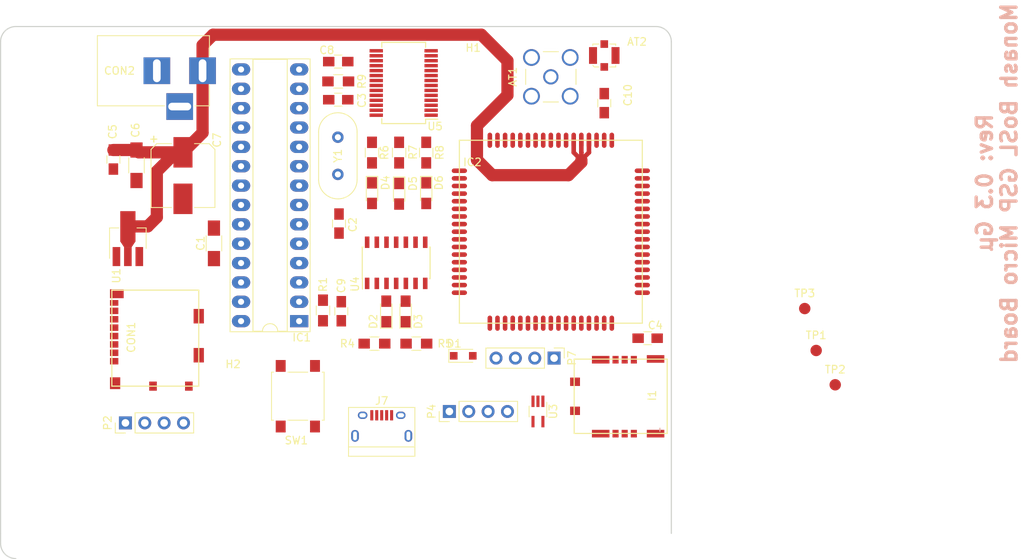
<source format=kicad_pcb>
(kicad_pcb (version 20171130) (host pcbnew "(5.1.2)-2")

  (general
    (thickness 1.6)
    (drawings 9)
    (tracks 29)
    (zones 0)
    (modules 45)
    (nets 51)
  )

  (page A4)
  (title_block
    (title "Monash BoSL Board")
    (date 2019-08-25)
    (rev 0.3)
  )

  (layers
    (0 F.Cu signal)
    (31 B.Cu signal)
    (32 B.Adhes user)
    (33 F.Adhes user)
    (34 B.Paste user)
    (35 F.Paste user)
    (36 B.SilkS user)
    (37 F.SilkS user)
    (38 B.Mask user)
    (39 F.Mask user)
    (40 Dwgs.User user)
    (41 Cmts.User user)
    (42 Eco1.User user)
    (43 Eco2.User user)
    (44 Edge.Cuts user)
    (45 Margin user)
    (46 B.CrtYd user)
    (47 F.CrtYd user)
    (48 B.Fab user)
    (49 F.Fab user hide)
  )

  (setup
    (last_trace_width 1.6)
    (user_trace_width 0.4)
    (user_trace_width 0.6)
    (user_trace_width 0.8)
    (user_trace_width 1)
    (user_trace_width 1.6)
    (user_trace_width 2.2)
    (user_trace_width 3.23)
    (trace_clearance 0.2)
    (zone_clearance 0.508)
    (zone_45_only yes)
    (trace_min 0.2)
    (via_size 0.6)
    (via_drill 0.4)
    (via_min_size 0.4)
    (via_min_drill 0.3)
    (uvia_size 0.3)
    (uvia_drill 0.1)
    (uvias_allowed no)
    (uvia_min_size 0.2)
    (uvia_min_drill 0.1)
    (edge_width 0.15)
    (segment_width 0.2)
    (pcb_text_width 0.3)
    (pcb_text_size 1.5 1.5)
    (mod_edge_width 0.15)
    (mod_text_size 1 1)
    (mod_text_width 0.15)
    (pad_size 1.55 1.3)
    (pad_drill 0)
    (pad_to_mask_clearance 0.2)
    (aux_axis_origin 0 0)
    (visible_elements 7FFFFFFF)
    (pcbplotparams
      (layerselection 0x010f0_ffffffff)
      (usegerberextensions true)
      (usegerberattributes false)
      (usegerberadvancedattributes false)
      (creategerberjobfile false)
      (excludeedgelayer true)
      (linewidth 0.100000)
      (plotframeref false)
      (viasonmask false)
      (mode 1)
      (useauxorigin false)
      (hpglpennumber 1)
      (hpglpenspeed 20)
      (hpglpendiameter 15.000000)
      (psnegative false)
      (psa4output false)
      (plotreference true)
      (plotvalue true)
      (plotinvisibletext false)
      (padsonsilk false)
      (subtractmaskfromsilk false)
      (outputformat 1)
      (mirror false)
      (drillshape 0)
      (scaleselection 1)
      (outputdirectory "../Manufacturing/Gerber GSP/"))
  )

  (net 0 "")
  (net 1 GND)
  (net 2 "Net-(AT1-Pad1)")
  (net 3 V_3.3)
  (net 4 "Net-(C2-Pad2)")
  (net 5 "Net-(C3-Pad2)")
  (net 6 "Net-(C4-Pad2)")
  (net 7 VPP)
  (net 8 TLL_RST)
  (net 9 SD_MISO)
  (net 10 ONOFF_PIN)
  (net 11 "Net-(D1-Pad2)")
  (net 12 "Net-(D2-Pad2)")
  (net 13 "Net-(D3-Pad1)")
  (net 14 "Net-(D3-Pad2)")
  (net 15 "Net-(D4-Pad1)")
  (net 16 "Net-(D5-Pad1)")
  (net 17 USB_V)
  (net 18 "Net-(D6-Pad1)")
  (net 19 "Net-(I1-Pad6)")
  (net 20 "Net-(I1-Pad2)")
  (net 21 "Net-(I1-Pad3)")
  (net 22 TLL_RX)
  (net 23 SD_CS)
  (net 24 TLL_TX)
  (net 25 SD_MOSI)
  (net 26 RX)
  (net 27 TX)
  (net 28 SD_SCLK)
  (net 29 DTR)
  (net 30 SDA)
  (net 31 SCL)
  (net 32 "Net-(IC2-Pad6)")
  (net 33 "Net-(IC2-Pad23)")
  (net 34 /DP)
  (net 35 /DM)
  (net 36 NETLIGHT)
  (net 37 PWR_STAT)
  (net 38 USB_DM)
  (net 39 USB_DP)
  (net 40 "Net-(C9-Pad2)")
  (net 41 "Net-(D2-Pad1)")
  (net 42 AND_RX)
  (net 43 AND_TX)
  (net 44 /USB_VBUS)
  (net 45 TTL_3.3V)
  (net 46 "Net-(R7-Pad2)")
  (net 47 "Net-(R8-Pad2)")
  (net 48 "Net-(AT2-Pad1)")
  (net 49 "Net-(C10-Pad2)")
  (net 50 "Net-(J7-Pad6)")

  (net_class Default "This is the default net class."
    (clearance 0.2)
    (trace_width 0.25)
    (via_dia 0.6)
    (via_drill 0.4)
    (uvia_dia 0.3)
    (uvia_drill 0.1)
    (add_net /DM)
    (add_net /DP)
    (add_net /USB_VBUS)
    (add_net AND_RX)
    (add_net AND_TX)
    (add_net DTR)
    (add_net GND)
    (add_net NETLIGHT)
    (add_net "Net-(AT1-Pad1)")
    (add_net "Net-(AT2-Pad1)")
    (add_net "Net-(C10-Pad2)")
    (add_net "Net-(C2-Pad2)")
    (add_net "Net-(C3-Pad2)")
    (add_net "Net-(C4-Pad2)")
    (add_net "Net-(C9-Pad2)")
    (add_net "Net-(D1-Pad2)")
    (add_net "Net-(D2-Pad1)")
    (add_net "Net-(D2-Pad2)")
    (add_net "Net-(D3-Pad1)")
    (add_net "Net-(D3-Pad2)")
    (add_net "Net-(D4-Pad1)")
    (add_net "Net-(D5-Pad1)")
    (add_net "Net-(D6-Pad1)")
    (add_net "Net-(I1-Pad2)")
    (add_net "Net-(I1-Pad3)")
    (add_net "Net-(I1-Pad6)")
    (add_net "Net-(IC2-Pad23)")
    (add_net "Net-(IC2-Pad6)")
    (add_net "Net-(J7-Pad6)")
    (add_net "Net-(R7-Pad2)")
    (add_net "Net-(R8-Pad2)")
    (add_net ONOFF_PIN)
    (add_net PWR_STAT)
    (add_net RX)
    (add_net SCL)
    (add_net SDA)
    (add_net SD_CS)
    (add_net SD_MISO)
    (add_net SD_MOSI)
    (add_net SD_SCLK)
    (add_net TLL_RST)
    (add_net TLL_RX)
    (add_net TLL_TX)
    (add_net TTL_3.3V)
    (add_net TX)
    (add_net USB_DM)
    (add_net USB_DP)
    (add_net USB_V)
    (add_net VPP)
    (add_net V_3.3)
  )

  (net_class Power ""
    (clearance 0.4)
    (trace_width 0.8)
    (via_dia 0.8)
    (via_drill 0.6)
    (uvia_dia 0.3)
    (uvia_drill 0.1)
  )

  (net_class RF ""
    (clearance 0.3)
    (trace_width 3.23)
    (via_dia 0.6)
    (via_drill 0.4)
    (uvia_dia 0.3)
    (uvia_drill 0.1)
  )

  (module Housings_SOIC:SOIC-14_3.9x8.7mm_Pitch1.27mm (layer F.Cu) (tedit 58CC8F64) (tstamp 5DE04805)
    (at 156.4 94 90)
    (descr "14-Lead Plastic Small Outline (SL) - Narrow, 3.90 mm Body [SOIC] (see Microchip Packaging Specification 00000049BS.pdf)")
    (tags "SOIC 1.27")
    (path /5D69FD44)
    (attr smd)
    (fp_text reference U4 (at -2.8 -5.4 90) (layer F.SilkS)
      (effects (font (size 1 1) (thickness 0.15)))
    )
    (fp_text value 74HC126 (at 0 5.375 90) (layer F.Fab)
      (effects (font (size 1 1) (thickness 0.15)))
    )
    (fp_text user %R (at 0 0 90) (layer F.Fab)
      (effects (font (size 0.9 0.9) (thickness 0.135)))
    )
    (fp_line (start -0.95 -4.35) (end 1.95 -4.35) (layer F.Fab) (width 0.15))
    (fp_line (start 1.95 -4.35) (end 1.95 4.35) (layer F.Fab) (width 0.15))
    (fp_line (start 1.95 4.35) (end -1.95 4.35) (layer F.Fab) (width 0.15))
    (fp_line (start -1.95 4.35) (end -1.95 -3.35) (layer F.Fab) (width 0.15))
    (fp_line (start -1.95 -3.35) (end -0.95 -4.35) (layer F.Fab) (width 0.15))
    (fp_line (start -3.7 -4.65) (end -3.7 4.65) (layer F.CrtYd) (width 0.05))
    (fp_line (start 3.7 -4.65) (end 3.7 4.65) (layer F.CrtYd) (width 0.05))
    (fp_line (start -3.7 -4.65) (end 3.7 -4.65) (layer F.CrtYd) (width 0.05))
    (fp_line (start -3.7 4.65) (end 3.7 4.65) (layer F.CrtYd) (width 0.05))
    (fp_line (start -2.075 -4.45) (end -2.075 -4.425) (layer F.SilkS) (width 0.15))
    (fp_line (start 2.075 -4.45) (end 2.075 -4.335) (layer F.SilkS) (width 0.15))
    (fp_line (start 2.075 4.45) (end 2.075 4.335) (layer F.SilkS) (width 0.15))
    (fp_line (start -2.075 4.45) (end -2.075 4.335) (layer F.SilkS) (width 0.15))
    (fp_line (start -2.075 -4.45) (end 2.075 -4.45) (layer F.SilkS) (width 0.15))
    (fp_line (start -2.075 4.45) (end 2.075 4.45) (layer F.SilkS) (width 0.15))
    (fp_line (start -2.075 -4.425) (end -3.45 -4.425) (layer F.SilkS) (width 0.15))
    (pad 1 smd rect (at -2.7 -3.81 90) (size 1.5 0.6) (layers F.Cu F.Paste F.Mask)
      (net 45 TTL_3.3V))
    (pad 2 smd rect (at -2.7 -2.54 90) (size 1.5 0.6) (layers F.Cu F.Paste F.Mask)
      (net 36 NETLIGHT))
    (pad 3 smd rect (at -2.7 -1.27 90) (size 1.5 0.6) (layers F.Cu F.Paste F.Mask)
      (net 12 "Net-(D2-Pad2)"))
    (pad 4 smd rect (at -2.7 0 90) (size 1.5 0.6) (layers F.Cu F.Paste F.Mask)
      (net 45 TTL_3.3V))
    (pad 5 smd rect (at -2.7 1.27 90) (size 1.5 0.6) (layers F.Cu F.Paste F.Mask)
      (net 37 PWR_STAT))
    (pad 6 smd rect (at -2.7 2.54 90) (size 1.5 0.6) (layers F.Cu F.Paste F.Mask)
      (net 14 "Net-(D3-Pad2)"))
    (pad 7 smd rect (at -2.7 3.81 90) (size 1.5 0.6) (layers F.Cu F.Paste F.Mask)
      (net 1 GND))
    (pad 8 smd rect (at 2.7 3.81 90) (size 1.5 0.6) (layers F.Cu F.Paste F.Mask)
      (net 22 TLL_RX))
    (pad 9 smd rect (at 2.7 2.54 90) (size 1.5 0.6) (layers F.Cu F.Paste F.Mask)
      (net 42 AND_RX))
    (pad 10 smd rect (at 2.7 1.27 90) (size 1.5 0.6) (layers F.Cu F.Paste F.Mask)
      (net 45 TTL_3.3V))
    (pad 11 smd rect (at 2.7 0 90) (size 1.5 0.6) (layers F.Cu F.Paste F.Mask)
      (net 43 AND_TX))
    (pad 12 smd rect (at 2.7 -1.27 90) (size 1.5 0.6) (layers F.Cu F.Paste F.Mask)
      (net 24 TLL_TX))
    (pad 13 smd rect (at 2.7 -2.54 90) (size 1.5 0.6) (layers F.Cu F.Paste F.Mask)
      (net 45 TTL_3.3V))
    (pad 14 smd rect (at 2.7 -3.81 90) (size 1.5 0.6) (layers F.Cu F.Paste F.Mask)
      (net 3 V_3.3))
    (model ${KISYS3DMOD}/Housings_SOIC.3dshapes/SOIC-14_3.9x8.7mm_Pitch1.27mm.wrl
      (at (xyz 0 0 0))
      (scale (xyz 1 1 1))
      (rotate (xyz 0 0 0))
    )
  )

  (module Resistors_SMD:R_0805_HandSoldering (layer F.Cu) (tedit 58E0A804) (tstamp 5DE047C3)
    (at 160.342 79.54 90)
    (descr "Resistor SMD 0805, hand soldering")
    (tags "resistor 0805")
    (path /5D4364C2)
    (attr smd)
    (fp_text reference R8 (at 0 1.758 90) (layer F.SilkS)
      (effects (font (size 1 1) (thickness 0.15)))
    )
    (fp_text value "3.3 kΩ" (at 0 1.75 90) (layer F.Fab)
      (effects (font (size 1 1) (thickness 0.15)))
    )
    (fp_text user %R (at 0 0 90) (layer F.Fab)
      (effects (font (size 0.5 0.5) (thickness 0.075)))
    )
    (fp_line (start -1 0.62) (end -1 -0.62) (layer F.Fab) (width 0.1))
    (fp_line (start 1 0.62) (end -1 0.62) (layer F.Fab) (width 0.1))
    (fp_line (start 1 -0.62) (end 1 0.62) (layer F.Fab) (width 0.1))
    (fp_line (start -1 -0.62) (end 1 -0.62) (layer F.Fab) (width 0.1))
    (fp_line (start 0.6 0.88) (end -0.6 0.88) (layer F.SilkS) (width 0.12))
    (fp_line (start -0.6 -0.88) (end 0.6 -0.88) (layer F.SilkS) (width 0.12))
    (fp_line (start -2.35 -0.9) (end 2.35 -0.9) (layer F.CrtYd) (width 0.05))
    (fp_line (start -2.35 -0.9) (end -2.35 0.9) (layer F.CrtYd) (width 0.05))
    (fp_line (start 2.35 0.9) (end 2.35 -0.9) (layer F.CrtYd) (width 0.05))
    (fp_line (start 2.35 0.9) (end -2.35 0.9) (layer F.CrtYd) (width 0.05))
    (pad 1 smd rect (at -1.35 0 90) (size 1.5 1.3) (layers F.Cu F.Paste F.Mask)
      (net 18 "Net-(D6-Pad1)"))
    (pad 2 smd rect (at 1.35 0 90) (size 1.5 1.3) (layers F.Cu F.Paste F.Mask)
      (net 47 "Net-(R8-Pad2)"))
    (model ${KISYS3DMOD}/Resistors_SMD.3dshapes/R_0805.wrl
      (at (xyz 0 0 0))
      (scale (xyz 1 1 1))
      (rotate (xyz 0 0 0))
    )
  )

  (module Resistors_SMD:R_0805_HandSoldering (layer F.Cu) (tedit 58E0A804) (tstamp 5DE04793)
    (at 156.786 79.54 90)
    (descr "Resistor SMD 0805, hand soldering")
    (tags "resistor 0805")
    (path /5D3D0757)
    (attr smd)
    (fp_text reference R7 (at 0.04 1.814 90) (layer F.SilkS)
      (effects (font (size 1 1) (thickness 0.15)))
    )
    (fp_text value "3.3 kΩ" (at 0 1.75 90) (layer F.Fab)
      (effects (font (size 1 1) (thickness 0.15)))
    )
    (fp_text user %R (at 0 0 90) (layer F.Fab)
      (effects (font (size 0.5 0.5) (thickness 0.075)))
    )
    (fp_line (start -1 0.62) (end -1 -0.62) (layer F.Fab) (width 0.1))
    (fp_line (start 1 0.62) (end -1 0.62) (layer F.Fab) (width 0.1))
    (fp_line (start 1 -0.62) (end 1 0.62) (layer F.Fab) (width 0.1))
    (fp_line (start -1 -0.62) (end 1 -0.62) (layer F.Fab) (width 0.1))
    (fp_line (start 0.6 0.88) (end -0.6 0.88) (layer F.SilkS) (width 0.12))
    (fp_line (start -0.6 -0.88) (end 0.6 -0.88) (layer F.SilkS) (width 0.12))
    (fp_line (start -2.35 -0.9) (end 2.35 -0.9) (layer F.CrtYd) (width 0.05))
    (fp_line (start -2.35 -0.9) (end -2.35 0.9) (layer F.CrtYd) (width 0.05))
    (fp_line (start 2.35 0.9) (end 2.35 -0.9) (layer F.CrtYd) (width 0.05))
    (fp_line (start 2.35 0.9) (end -2.35 0.9) (layer F.CrtYd) (width 0.05))
    (pad 1 smd rect (at -1.35 0 90) (size 1.5 1.3) (layers F.Cu F.Paste F.Mask)
      (net 16 "Net-(D5-Pad1)"))
    (pad 2 smd rect (at 1.35 0 90) (size 1.5 1.3) (layers F.Cu F.Paste F.Mask)
      (net 46 "Net-(R7-Pad2)"))
    (model ${KISYS3DMOD}/Resistors_SMD.3dshapes/R_0805.wrl
      (at (xyz 0 0 0))
      (scale (xyz 1 1 1))
      (rotate (xyz 0 0 0))
    )
  )

  (module Resistors_SMD:R_0805_HandSoldering (layer F.Cu) (tedit 58E0A804) (tstamp 5DE04763)
    (at 153.23 79.54 90)
    (descr "Resistor SMD 0805, hand soldering")
    (tags "resistor 0805")
    (path /5D430D8C)
    (attr smd)
    (fp_text reference R6 (at 0 1.63 270) (layer F.SilkS)
      (effects (font (size 1 1) (thickness 0.15)))
    )
    (fp_text value "3.3 kΩ" (at 0 1.75 270) (layer F.Fab)
      (effects (font (size 1 1) (thickness 0.15)))
    )
    (fp_text user %R (at 0 0 270) (layer F.Fab)
      (effects (font (size 0.5 0.5) (thickness 0.075)))
    )
    (fp_line (start -1 0.62) (end -1 -0.62) (layer F.Fab) (width 0.1))
    (fp_line (start 1 0.62) (end -1 0.62) (layer F.Fab) (width 0.1))
    (fp_line (start 1 -0.62) (end 1 0.62) (layer F.Fab) (width 0.1))
    (fp_line (start -1 -0.62) (end 1 -0.62) (layer F.Fab) (width 0.1))
    (fp_line (start 0.6 0.88) (end -0.6 0.88) (layer F.SilkS) (width 0.12))
    (fp_line (start -0.6 -0.88) (end 0.6 -0.88) (layer F.SilkS) (width 0.12))
    (fp_line (start -2.35 -0.9) (end 2.35 -0.9) (layer F.CrtYd) (width 0.05))
    (fp_line (start -2.35 -0.9) (end -2.35 0.9) (layer F.CrtYd) (width 0.05))
    (fp_line (start 2.35 0.9) (end 2.35 -0.9) (layer F.CrtYd) (width 0.05))
    (fp_line (start 2.35 0.9) (end -2.35 0.9) (layer F.CrtYd) (width 0.05))
    (pad 1 smd rect (at -1.35 0 90) (size 1.5 1.3) (layers F.Cu F.Paste F.Mask)
      (net 15 "Net-(D4-Pad1)"))
    (pad 2 smd rect (at 1.35 0 90) (size 1.5 1.3) (layers F.Cu F.Paste F.Mask)
      (net 1 GND))
    (model ${KISYS3DMOD}/Resistors_SMD.3dshapes/R_0805.wrl
      (at (xyz 0 0 0))
      (scale (xyz 1 1 1))
      (rotate (xyz 0 0 0))
    )
  )

  (module SIMFootprints:microSD_Connector (layer F.Cu) (tedit 5D1425CF) (tstamp 5DE04CDC)
    (at 119.1 103.78 270)
    (path /5D143564)
    (fp_text reference CON1 (at 0 -2.54 270) (layer F.SilkS)
      (effects (font (size 1 1) (thickness 0.15)))
    )
    (fp_text value Micro_SD_Card (at 0.5 -8.3 270) (layer F.Fab)
      (effects (font (size 1 1) (thickness 0.15)))
    )
    (fp_line (start 0 0) (end 6.4 0) (layer F.SilkS) (width 0.15))
    (fp_line (start 6.4 0) (end 6.4 -11.4) (layer F.SilkS) (width 0.15))
    (fp_line (start -6.2 -11.4) (end -6.2 0) (layer F.SilkS) (width 0.15))
    (fp_line (start -6.2 0) (end 0.2 0) (layer F.SilkS) (width 0.15))
    (fp_line (start -6.2 -11.4) (end 6.4 -11.4) (layer F.SilkS) (width 0.15))
    (pad 9 smd rect (at -2.78 -11.4 270) (size 1.9 1.35) (layers F.Cu F.Paste F.Mask)
      (net 1 GND))
    (pad 9 smd rect (at 2.34 -11.4 270) (size 1.9 1.35) (layers F.Cu F.Paste F.Mask)
      (net 1 GND))
    (pad NC smd rect (at 6.4 -10.1 270) (size 1.2 1) (layers F.Cu F.Paste F.Mask))
    (pad NC smd rect (at 6.4 -5.4 270) (size 1.2 1) (layers F.Cu F.Paste F.Mask))
    (pad 9 smd rect (at 6.015 -0.425 270) (size 1.55 1.35) (layers F.Cu F.Paste F.Mask)
      (net 1 GND))
    (pad 9 smd rect (at -5.725 -0.65 270) (size 1.17 1.8) (layers F.Cu F.Paste F.Mask)
      (net 1 GND))
    (pad 8 smd rect (at -4.525 -0.3 270) (size 0.75 1.1) (layers F.Cu F.Paste F.Mask))
    (pad 7 smd rect (at -3.475 -0.3 270) (size 0.85 1.1) (layers F.Cu F.Paste F.Mask)
      (net 9 SD_MISO))
    (pad 6 smd rect (at -2.375 -0.3 270) (size 0.85 1.1) (layers F.Cu F.Paste F.Mask)
      (net 1 GND))
    (pad 5 smd rect (at -1.275 -0.3 270) (size 0.85 1.1) (layers F.Cu F.Paste F.Mask)
      (net 28 SD_SCLK))
    (pad 4 smd rect (at -0.175 -0.3 270) (size 0.85 1.1) (layers F.Cu F.Paste F.Mask)
      (net 3 V_3.3))
    (pad 3 smd rect (at 0.925 -0.3 270) (size 0.85 1.1) (layers F.Cu F.Paste F.Mask)
      (net 25 SD_MOSI))
    (pad 2 smd rect (at 2.025 -0.3 270) (size 0.85 1.1) (layers F.Cu F.Paste F.Mask)
      (net 23 SD_CS))
    (pad 1 smd rect (at 3.125 -0.3 270) (size 0.85 1.1) (layers F.Cu F.Paste F.Mask))
  )

  (module SIMFootprints:SIM7000 (layer F.Cu) (tedit 5D0AEEDA) (tstamp 5D429A95)
    (at 176.69 89.92)
    (path /5CE4EC39)
    (fp_text reference IC2 (at -10.29 -9.12 180) (layer F.SilkS)
      (effects (font (size 1 1) (thickness 0.15)))
    )
    (fp_text value SIM7000 (at 0 -0.5 180) (layer F.Fab)
      (effects (font (size 1 1) (thickness 0.15)))
    )
    (fp_line (start -12 12) (end -12 -12) (layer F.SilkS) (width 0.15))
    (fp_line (start 12 12) (end -12 12) (layer F.SilkS) (width 0.15))
    (fp_line (start 12 -12) (end 12 12) (layer F.SilkS) (width 0.15))
    (fp_line (start -12 -12) (end 12 -12) (layer F.SilkS) (width 0.15))
    (pad 68 smd oval (at -8 -12) (size 0.6 2) (layers F.Cu F.Paste F.Mask))
    (pad 67 smd oval (at -7 -12) (size 0.6 2) (layers F.Cu F.Paste F.Mask))
    (pad 66 smd oval (at -6 -12) (size 0.6 2) (layers F.Cu F.Paste F.Mask)
      (net 37 PWR_STAT))
    (pad 65 smd oval (at -5 -12) (size 0.6 2) (layers F.Cu F.Paste F.Mask)
      (net 1 GND))
    (pad 64 smd oval (at -4 -12) (size 0.6 2) (layers F.Cu F.Paste F.Mask)
      (net 1 GND))
    (pad 63 smd oval (at -3 -12) (size 0.6 2) (layers F.Cu F.Paste F.Mask)
      (net 1 GND))
    (pad 62 smd oval (at -2 -12) (size 0.6 2) (layers F.Cu F.Paste F.Mask)
      (net 1 GND))
    (pad 61 smd oval (at -1 -12) (size 0.6 2) (layers F.Cu F.Paste F.Mask)
      (net 1 GND))
    (pad 60 smd oval (at 0 -12) (size 0.6 2) (layers F.Cu F.Paste F.Mask)
      (net 2 "Net-(AT1-Pad1)"))
    (pad 59 smd oval (at 1 -12) (size 0.6 2) (layers F.Cu F.Paste F.Mask)
      (net 1 GND))
    (pad 58 smd oval (at 2 -12) (size 0.6 2) (layers F.Cu F.Paste F.Mask)
      (net 1 GND))
    (pad 57 smd oval (at 3 -12) (size 0.6 2) (layers F.Cu F.Paste F.Mask)
      (net 7 VPP))
    (pad 56 smd oval (at 4 -12) (size 0.6 2) (layers F.Cu F.Paste F.Mask)
      (net 7 VPP))
    (pad 55 smd oval (at 5 -12) (size 0.6 2) (layers F.Cu F.Paste F.Mask)
      (net 7 VPP))
    (pad 54 smd oval (at 6 -12) (size 0.6 2) (layers F.Cu F.Paste F.Mask)
      (net 1 GND))
    (pad 53 smd oval (at 7 -12) (size 0.6 2) (layers F.Cu F.Paste F.Mask)
      (net 49 "Net-(C10-Pad2)"))
    (pad 52 smd oval (at 8 -12) (size 0.6 2) (layers F.Cu F.Paste F.Mask)
      (net 36 NETLIGHT))
    (pad 51 smd oval (at 12 -8 90) (size 0.6 2) (layers F.Cu F.Paste F.Mask))
    (pad 50 smd oval (at 12 -7 90) (size 0.6 2) (layers F.Cu F.Paste F.Mask))
    (pad 49 smd oval (at 12 -6 90) (size 0.6 2) (layers F.Cu F.Paste F.Mask))
    (pad 48 smd oval (at 12 -5 90) (size 0.6 2) (layers F.Cu F.Paste F.Mask))
    (pad 47 smd oval (at 12 -4 90) (size 0.6 2) (layers F.Cu F.Paste F.Mask))
    (pad 46 smd oval (at 12 -3 90) (size 0.6 2) (layers F.Cu F.Paste F.Mask)
      (net 1 GND))
    (pad 45 smd oval (at 12 -2 90) (size 0.6 2) (layers F.Cu F.Paste F.Mask)
      (net 1 GND))
    (pad 44 smd oval (at 12 -1 90) (size 0.6 2) (layers F.Cu F.Paste F.Mask))
    (pad 43 smd oval (at 12 0 90) (size 0.6 2) (layers F.Cu F.Paste F.Mask))
    (pad 42 smd oval (at 12 1 90) (size 0.6 2) (layers F.Cu F.Paste F.Mask))
    (pad 41 smd oval (at 12 2 90) (size 0.6 2) (layers F.Cu F.Paste F.Mask))
    (pad 40 smd oval (at 12 3 90) (size 0.6 2) (layers F.Cu F.Paste F.Mask))
    (pad 39 smd oval (at 12 4 90) (size 0.6 2) (layers F.Cu F.Paste F.Mask)
      (net 1 GND))
    (pad 38 smd oval (at 12 5 90) (size 0.6 2) (layers F.Cu F.Paste F.Mask))
    (pad 37 smd oval (at 12 6 90) (size 0.6 2) (layers F.Cu F.Paste F.Mask))
    (pad 36 smd oval (at 12 7 90) (size 0.6 2) (layers F.Cu F.Paste F.Mask))
    (pad 35 smd oval (at 12 8 90) (size 0.6 2) (layers F.Cu F.Paste F.Mask))
    (pad 34 smd oval (at 8 12) (size 0.6 2) (layers F.Cu F.Paste F.Mask))
    (pad 33 smd oval (at 7 12) (size 0.6 2) (layers F.Cu F.Paste F.Mask)
      (net 20 "Net-(I1-Pad2)"))
    (pad 32 smd oval (at 6 12) (size 0.6 2) (layers F.Cu F.Paste F.Mask)
      (net 21 "Net-(I1-Pad3)"))
    (pad 31 smd oval (at 5 12) (size 0.6 2) (layers F.Cu F.Paste F.Mask)
      (net 19 "Net-(I1-Pad6)"))
    (pad 30 smd oval (at 4 12) (size 0.6 2) (layers F.Cu F.Paste F.Mask)
      (net 6 "Net-(C4-Pad2)"))
    (pad 29 smd oval (at 3 12) (size 0.6 2) (layers F.Cu F.Paste F.Mask)
      (net 1 GND))
    (pad 28 smd oval (at 2 12) (size 0.6 2) (layers F.Cu F.Paste F.Mask)
      (net 35 /DM))
    (pad 27 smd oval (at 1 12) (size 0.6 2) (layers F.Cu F.Paste F.Mask)
      (net 34 /DP))
    (pad 26 smd oval (at 0 12) (size 0.6 2) (layers F.Cu F.Paste F.Mask))
    (pad 25 smd oval (at -1 12) (size 0.6 2) (layers F.Cu F.Paste F.Mask)
      (net 7 VPP))
    (pad 24 smd oval (at -2 12) (size 0.6 2) (layers F.Cu F.Paste F.Mask)
      (net 44 /USB_VBUS))
    (pad 23 smd oval (at -3 12) (size 0.6 2) (layers F.Cu F.Paste F.Mask)
      (net 33 "Net-(IC2-Pad23)"))
    (pad 22 smd oval (at -4 12) (size 0.6 2) (layers F.Cu F.Paste F.Mask))
    (pad 21 smd oval (at -5 12) (size 0.6 2) (layers F.Cu F.Paste F.Mask))
    (pad 20 smd oval (at -6 12) (size 0.6 2) (layers F.Cu F.Paste F.Mask))
    (pad 19 smd oval (at -7 12) (size 0.6 2) (layers F.Cu F.Paste F.Mask))
    (pad 18 smd oval (at -8 12) (size 0.6 2) (layers F.Cu F.Paste F.Mask)
      (net 1 GND))
    (pad 11 smd oval (at -12 2 90) (size 0.6 2) (layers F.Cu F.Paste F.Mask))
    (pad 17 smd oval (at -12 8 90) (size 0.6 2) (layers F.Cu F.Paste F.Mask)
      (net 1 GND))
    (pad 16 smd oval (at -12 7 90) (size 0.6 2) (layers F.Cu F.Paste F.Mask))
    (pad 15 smd oval (at -12 6 90) (size 0.6 2) (layers F.Cu F.Paste F.Mask))
    (pad 14 smd oval (at -12 5 90) (size 0.6 2) (layers F.Cu F.Paste F.Mask))
    (pad 13 smd oval (at -12 4 90) (size 0.6 2) (layers F.Cu F.Paste F.Mask))
    (pad 12 smd oval (at -12 3 90) (size 0.6 2) (layers F.Cu F.Paste F.Mask))
    (pad 10 smd oval (at -12 1 90) (size 0.6 2) (layers F.Cu F.Paste F.Mask)
      (net 26 RX))
    (pad 9 smd oval (at -12 0 90) (size 0.6 2) (layers F.Cu F.Paste F.Mask)
      (net 27 TX))
    (pad 8 smd oval (at -12 -1 90) (size 0.6 2) (layers F.Cu F.Paste F.Mask))
    (pad 7 smd oval (at -12 -2 90) (size 0.6 2) (layers F.Cu F.Paste F.Mask))
    (pad 6 smd oval (at -12 -3 90) (size 0.6 2) (layers F.Cu F.Paste F.Mask)
      (net 32 "Net-(IC2-Pad6)"))
    (pad 5 smd oval (at -12 -4 90) (size 0.6 2) (layers F.Cu F.Paste F.Mask))
    (pad 4 smd oval (at -12 -5 90) (size 0.6 2) (layers F.Cu F.Paste F.Mask))
    (pad 1 smd oval (at -12 -8 90) (size 0.6 2) (layers F.Cu F.Paste F.Mask)
      (net 11 "Net-(D1-Pad2)"))
    (pad 2 smd oval (at -12 -7 90) (size 0.6 2) (layers F.Cu F.Paste F.Mask)
      (net 1 GND))
    (pad 3 smd oval (at -12 -6 90) (size 0.6 2) (layers F.Cu F.Paste F.Mask)
      (net 29 DTR))
  )

  (module SIMFootprints:SIMNano (layer F.Cu) (tedit 5D4653EB) (tstamp 5D42AD09)
    (at 191.93 111.51 90)
    (path /5CE6604C)
    (fp_text reference I1 (at 0.1 -1.95 90) (layer F.SilkS)
      (effects (font (size 1 1) (thickness 0.15)))
    )
    (fp_text value SIM (at -9.25 -7 90) (layer F.Fab)
      (effects (font (size 1 1) (thickness 0.15)))
    )
    (fp_line (start -4.875 -12.175) (end 4.875 -12.175) (layer F.SilkS) (width 0.15))
    (fp_line (start -4.875 0.025) (end 4.875 0.025) (layer F.SilkS) (width 0.15))
    (fp_line (start 4.875 0.025) (end 4.875 -12.175) (layer F.SilkS) (width 0.15))
    (fp_line (start -4.875 0.025) (end -4.85 0) (layer F.SilkS) (width 0.15))
    (fp_line (start -4.875 -12.175) (end -4.875 0.025) (layer F.SilkS) (width 0.15))
    (pad 6 connect rect (at -4.9 -6.75 90) (size 1 0.8) (layers F.Cu F.Mask)
      (net 19 "Net-(I1-Pad6)"))
    (pad 4 connect rect (at -4.9 -1.5 90) (size 1 2.3) (layers F.Cu F.Mask)
      (net 1 GND))
    (pad 4 connect rect (at -4.9 -8.7 90) (size 1 2.3) (layers F.Cu F.Mask)
      (net 1 GND))
    (pad NC connect rect (at -1.905 -12.065 90) (size 1.1 1.3) (layers F.Cu F.Mask))
    (pad NC connect rect (at 1.905 -12.065 90) (size 1.1 1.3) (layers F.Cu F.Mask))
    (pad 4 connect rect (at 4.8 -8.7 90) (size 1 2.3) (layers F.Cu F.Mask)
      (net 1 GND))
    (pad 4 connect rect (at 4.9 -1.5 90) (size 1 2.3) (layers F.Cu F.Mask)
      (net 1 GND))
    (pad 3 connect rect (at -4.9 -4.35 90) (size 1 0.8) (layers F.Cu F.Mask)
      (net 21 "Net-(I1-Pad3)"))
    (pad 5 connect rect (at -4.9 -5.55 90) (size 1 0.8) (layers F.Cu F.Mask))
    (pad 4 connect rect (at 4.8 -6.75 90) (size 1 0.8) (layers F.Cu F.Mask)
      (net 1 GND))
    (pad 2 connect rect (at 4.8 -5.55 90) (size 1 0.8) (layers F.Cu F.Mask)
      (net 20 "Net-(I1-Pad2)"))
    (pad 1 connect rect (at 4.8 -4.35 90) (size 1 0.8) (layers F.Cu F.Mask)
      (net 6 "Net-(C4-Pad2)"))
  )

  (module Connectors:SMA_THT_Jack_Straight (layer F.Cu) (tedit 58C301F2) (tstamp 5D4298A0)
    (at 176.69 69.6 270)
    (descr "SMA pcb through hole jack")
    (tags "SMA THT Jack Straight")
    (path /5D0C5883)
    (fp_text reference AT1 (at -0.004 4.986 270) (layer F.SilkS)
      (effects (font (size 1 1) (thickness 0.15)))
    )
    (fp_text value AT (at 0 5 270) (layer F.Fab)
      (effects (font (size 1 1) (thickness 0.15)))
    )
    (fp_line (start 2.03 -3.05) (end 3.05 -3.05) (layer F.Fab) (width 0.1))
    (fp_line (start -1 -3.3) (end 1 -3.3) (layer F.SilkS) (width 0.12))
    (fp_line (start -1 3.3) (end 1 3.3) (layer F.SilkS) (width 0.12))
    (fp_text user %R (at 0 -5 270) (layer F.Fab)
      (effects (font (size 1 1) (thickness 0.15)))
    )
    (fp_line (start 3.3 -1) (end 3.3 1) (layer F.SilkS) (width 0.12))
    (fp_line (start -3.3 -1) (end -3.3 1) (layer F.SilkS) (width 0.12))
    (fp_line (start 3.17 -3.17) (end 3.17 3.17) (layer F.Fab) (width 0.1))
    (fp_line (start -3.17 3.17) (end 3.17 3.17) (layer F.Fab) (width 0.1))
    (fp_line (start -3.17 -3.17) (end -3.17 3.17) (layer F.Fab) (width 0.1))
    (fp_line (start -3.17 -3.17) (end 3.17 -3.17) (layer F.Fab) (width 0.1))
    (fp_line (start -2.03 -3.05) (end -2.03 -2.03) (layer F.Fab) (width 0.1))
    (fp_line (start -3.05 -2.03) (end -2.03 -2.03) (layer F.Fab) (width 0.1))
    (fp_line (start -2.03 2.03) (end -2.03 3.05) (layer F.Fab) (width 0.1))
    (fp_line (start -3.05 2.03) (end -2.03 2.03) (layer F.Fab) (width 0.1))
    (fp_line (start 2.03 -3.05) (end 2.03 -2.03) (layer F.Fab) (width 0.1))
    (fp_line (start 2.03 -2.03) (end 3.05 -2.03) (layer F.Fab) (width 0.1))
    (fp_line (start 3.05 2.03) (end 2.03 2.03) (layer F.Fab) (width 0.1))
    (fp_line (start 2.03 2.03) (end 2.03 3.05) (layer F.Fab) (width 0.1))
    (fp_line (start -4.14 -4.14) (end 4.14 -4.14) (layer F.CrtYd) (width 0.05))
    (fp_line (start -4.14 -4.14) (end -4.14 4.14) (layer F.CrtYd) (width 0.05))
    (fp_line (start 4.14 4.14) (end 4.14 -4.14) (layer F.CrtYd) (width 0.05))
    (fp_line (start 4.14 4.14) (end -4.14 4.14) (layer F.CrtYd) (width 0.05))
    (fp_circle (center 0 0) (end 2.04 0) (layer F.Fab) (width 0.1))
    (fp_circle (center 0 0) (end 0.635 0) (layer F.Fab) (width 0.1))
    (fp_line (start 3.05 -3.05) (end 3.05 -2.03) (layer F.Fab) (width 0.1))
    (fp_line (start -3.05 -3.05) (end -3.05 -2.03) (layer F.Fab) (width 0.1))
    (fp_line (start -3.05 -3.05) (end -2.03 -3.05) (layer F.Fab) (width 0.1))
    (fp_line (start -3.05 3.05) (end -2.03 3.05) (layer F.Fab) (width 0.1))
    (fp_line (start -3.05 3.05) (end -3.05 2.03) (layer F.Fab) (width 0.1))
    (fp_line (start 3.05 2.03) (end 3.05 3.05) (layer F.Fab) (width 0.1))
    (fp_line (start 2.03 3.05) (end 3.05 3.05) (layer F.Fab) (width 0.1))
    (pad 2 thru_hole circle (at -2.54 2.54 270) (size 2.2 2.2) (drill 1.7) (layers *.Cu *.Mask)
      (net 1 GND))
    (pad 2 thru_hole circle (at -2.54 -2.54 270) (size 2.2 2.2) (drill 1.7) (layers *.Cu *.Mask)
      (net 1 GND))
    (pad 2 thru_hole circle (at 2.54 -2.54 270) (size 2.2 2.2) (drill 1.7) (layers *.Cu *.Mask)
      (net 1 GND))
    (pad 2 thru_hole circle (at 2.54 2.54 270) (size 2.2 2.2) (drill 1.7) (layers *.Cu *.Mask)
      (net 1 GND))
    (pad 1 thru_hole circle (at 0 0 270) (size 2 2) (drill 1.5) (layers *.Cu *.Mask)
      (net 2 "Net-(AT1-Pad1)"))
  )

  (module Capacitors_SMD:C_1206_HandSoldering (layer F.Cu) (tedit 58AA84D1) (tstamp 5DE046F1)
    (at 132.494 91.444 90)
    (descr "Capacitor SMD 1206, hand soldering")
    (tags "capacitor 1206")
    (path /5CF043FB)
    (attr smd)
    (fp_text reference C1 (at 0 -1.75 270) (layer F.SilkS)
      (effects (font (size 1 1) (thickness 0.15)))
    )
    (fp_text value "1 μF" (at 0 2 270) (layer F.Fab)
      (effects (font (size 1 1) (thickness 0.15)))
    )
    (fp_text user %R (at 0 -1.75 270) (layer F.Fab)
      (effects (font (size 1 1) (thickness 0.15)))
    )
    (fp_line (start -1.6 0.8) (end -1.6 -0.8) (layer F.Fab) (width 0.1))
    (fp_line (start 1.6 0.8) (end -1.6 0.8) (layer F.Fab) (width 0.1))
    (fp_line (start 1.6 -0.8) (end 1.6 0.8) (layer F.Fab) (width 0.1))
    (fp_line (start -1.6 -0.8) (end 1.6 -0.8) (layer F.Fab) (width 0.1))
    (fp_line (start 1 -1.02) (end -1 -1.02) (layer F.SilkS) (width 0.12))
    (fp_line (start -1 1.02) (end 1 1.02) (layer F.SilkS) (width 0.12))
    (fp_line (start -3.25 -1.05) (end 3.25 -1.05) (layer F.CrtYd) (width 0.05))
    (fp_line (start -3.25 -1.05) (end -3.25 1.05) (layer F.CrtYd) (width 0.05))
    (fp_line (start 3.25 1.05) (end 3.25 -1.05) (layer F.CrtYd) (width 0.05))
    (fp_line (start 3.25 1.05) (end -3.25 1.05) (layer F.CrtYd) (width 0.05))
    (pad 1 smd rect (at -2 0 90) (size 2 1.6) (layers F.Cu F.Paste F.Mask)
      (net 3 V_3.3))
    (pad 2 smd rect (at 2 0 90) (size 2 1.6) (layers F.Cu F.Paste F.Mask)
      (net 1 GND))
    (model Capacitors_SMD.3dshapes/C_1206.wrl
      (at (xyz 0 0 0))
      (scale (xyz 1 1 1))
      (rotate (xyz 0 0 0))
    )
  )

  (module Capacitors_SMD:C_0805_HandSoldering (layer F.Cu) (tedit 58AA84A8) (tstamp 5DE046C1)
    (at 148.9 88.85 90)
    (descr "Capacitor SMD 0805, hand soldering")
    (tags "capacitor 0805")
    (path /5CE64EC9)
    (attr smd)
    (fp_text reference C2 (at -0.15 1.8 270) (layer F.SilkS)
      (effects (font (size 1 1) (thickness 0.15)))
    )
    (fp_text value "22 pF" (at 0 1.75 270) (layer F.Fab)
      (effects (font (size 1 1) (thickness 0.15)))
    )
    (fp_text user %R (at 0 -1.75 270) (layer F.Fab)
      (effects (font (size 1 1) (thickness 0.15)))
    )
    (fp_line (start -1 0.62) (end -1 -0.62) (layer F.Fab) (width 0.1))
    (fp_line (start 1 0.62) (end -1 0.62) (layer F.Fab) (width 0.1))
    (fp_line (start 1 -0.62) (end 1 0.62) (layer F.Fab) (width 0.1))
    (fp_line (start -1 -0.62) (end 1 -0.62) (layer F.Fab) (width 0.1))
    (fp_line (start 0.5 -0.85) (end -0.5 -0.85) (layer F.SilkS) (width 0.12))
    (fp_line (start -0.5 0.85) (end 0.5 0.85) (layer F.SilkS) (width 0.12))
    (fp_line (start -2.25 -0.88) (end 2.25 -0.88) (layer F.CrtYd) (width 0.05))
    (fp_line (start -2.25 -0.88) (end -2.25 0.87) (layer F.CrtYd) (width 0.05))
    (fp_line (start 2.25 0.87) (end 2.25 -0.88) (layer F.CrtYd) (width 0.05))
    (fp_line (start 2.25 0.87) (end -2.25 0.87) (layer F.CrtYd) (width 0.05))
    (pad 1 smd rect (at -1.25 0 90) (size 1.5 1.25) (layers F.Cu F.Paste F.Mask)
      (net 1 GND))
    (pad 2 smd rect (at 1.25 0 90) (size 1.5 1.25) (layers F.Cu F.Paste F.Mask)
      (net 4 "Net-(C2-Pad2)"))
    (model Capacitors_SMD.3dshapes/C_0805.wrl
      (at (xyz 0 0 0))
      (scale (xyz 1 1 1))
      (rotate (xyz 0 0 0))
    )
  )

  (module Capacitors_SMD:C_0805_HandSoldering (layer F.Cu) (tedit 58AA84A8) (tstamp 5DE04691)
    (at 148.8 72.6 180)
    (descr "Capacitor SMD 0805, hand soldering")
    (tags "capacitor 0805")
    (path /5CE65174)
    (attr smd)
    (fp_text reference C3 (at -3.1 -0.1 270) (layer F.SilkS)
      (effects (font (size 1 1) (thickness 0.15)))
    )
    (fp_text value "22 pF" (at 0 1.75 180) (layer F.Fab)
      (effects (font (size 1 1) (thickness 0.15)))
    )
    (fp_text user %R (at 0 -1.75 180) (layer F.Fab)
      (effects (font (size 1 1) (thickness 0.15)))
    )
    (fp_line (start -1 0.62) (end -1 -0.62) (layer F.Fab) (width 0.1))
    (fp_line (start 1 0.62) (end -1 0.62) (layer F.Fab) (width 0.1))
    (fp_line (start 1 -0.62) (end 1 0.62) (layer F.Fab) (width 0.1))
    (fp_line (start -1 -0.62) (end 1 -0.62) (layer F.Fab) (width 0.1))
    (fp_line (start 0.5 -0.85) (end -0.5 -0.85) (layer F.SilkS) (width 0.12))
    (fp_line (start -0.5 0.85) (end 0.5 0.85) (layer F.SilkS) (width 0.12))
    (fp_line (start -2.25 -0.88) (end 2.25 -0.88) (layer F.CrtYd) (width 0.05))
    (fp_line (start -2.25 -0.88) (end -2.25 0.87) (layer F.CrtYd) (width 0.05))
    (fp_line (start 2.25 0.87) (end 2.25 -0.88) (layer F.CrtYd) (width 0.05))
    (fp_line (start 2.25 0.87) (end -2.25 0.87) (layer F.CrtYd) (width 0.05))
    (pad 1 smd rect (at -1.25 0 180) (size 1.5 1.25) (layers F.Cu F.Paste F.Mask)
      (net 1 GND))
    (pad 2 smd rect (at 1.25 0 180) (size 1.5 1.25) (layers F.Cu F.Paste F.Mask)
      (net 5 "Net-(C3-Pad2)"))
    (model Capacitors_SMD.3dshapes/C_0805.wrl
      (at (xyz 0 0 0))
      (scale (xyz 1 1 1))
      (rotate (xyz 0 0 0))
    )
  )

  (module Capacitors_SMD:C_0805_HandSoldering (layer F.Cu) (tedit 58AA84A8) (tstamp 5D4298E4)
    (at 189.39 103.89 180)
    (descr "Capacitor SMD 0805, hand soldering")
    (tags "capacitor 0805")
    (path /5CE66F55)
    (attr smd)
    (fp_text reference C4 (at -1.01 1.69 180) (layer F.SilkS)
      (effects (font (size 1 1) (thickness 0.15)))
    )
    (fp_text value "220 pF" (at 0 1.75 180) (layer F.Fab)
      (effects (font (size 1 1) (thickness 0.15)))
    )
    (fp_text user %R (at 0 -1.75 180) (layer F.Fab)
      (effects (font (size 1 1) (thickness 0.15)))
    )
    (fp_line (start -1 0.62) (end -1 -0.62) (layer F.Fab) (width 0.1))
    (fp_line (start 1 0.62) (end -1 0.62) (layer F.Fab) (width 0.1))
    (fp_line (start 1 -0.62) (end 1 0.62) (layer F.Fab) (width 0.1))
    (fp_line (start -1 -0.62) (end 1 -0.62) (layer F.Fab) (width 0.1))
    (fp_line (start 0.5 -0.85) (end -0.5 -0.85) (layer F.SilkS) (width 0.12))
    (fp_line (start -0.5 0.85) (end 0.5 0.85) (layer F.SilkS) (width 0.12))
    (fp_line (start -2.25 -0.88) (end 2.25 -0.88) (layer F.CrtYd) (width 0.05))
    (fp_line (start -2.25 -0.88) (end -2.25 0.87) (layer F.CrtYd) (width 0.05))
    (fp_line (start 2.25 0.87) (end 2.25 -0.88) (layer F.CrtYd) (width 0.05))
    (fp_line (start 2.25 0.87) (end -2.25 0.87) (layer F.CrtYd) (width 0.05))
    (pad 1 smd rect (at -1.25 0 180) (size 1.5 1.25) (layers F.Cu F.Paste F.Mask)
      (net 1 GND))
    (pad 2 smd rect (at 1.25 0 180) (size 1.5 1.25) (layers F.Cu F.Paste F.Mask)
      (net 6 "Net-(C4-Pad2)"))
    (model Capacitors_SMD.3dshapes/C_0805.wrl
      (at (xyz 0 0 0))
      (scale (xyz 1 1 1))
      (rotate (xyz 0 0 0))
    )
  )

  (module Capacitors_SMD:C_0805_HandSoldering (layer F.Cu) (tedit 58AA84A8) (tstamp 5DE04661)
    (at 119.3 80.45 270)
    (descr "Capacitor SMD 0805, hand soldering")
    (tags "capacitor 0805")
    (path /5D0B92D2)
    (attr smd)
    (fp_text reference C5 (at -3.65 0.1 270) (layer F.SilkS)
      (effects (font (size 1 1) (thickness 0.15)))
    )
    (fp_text value "0.1 μF" (at 0 1.75 270) (layer F.Fab)
      (effects (font (size 1 1) (thickness 0.15)))
    )
    (fp_text user %R (at 0 -1.75 270) (layer F.Fab)
      (effects (font (size 1 1) (thickness 0.15)))
    )
    (fp_line (start -1 0.62) (end -1 -0.62) (layer F.Fab) (width 0.1))
    (fp_line (start 1 0.62) (end -1 0.62) (layer F.Fab) (width 0.1))
    (fp_line (start 1 -0.62) (end 1 0.62) (layer F.Fab) (width 0.1))
    (fp_line (start -1 -0.62) (end 1 -0.62) (layer F.Fab) (width 0.1))
    (fp_line (start 0.5 -0.85) (end -0.5 -0.85) (layer F.SilkS) (width 0.12))
    (fp_line (start -0.5 0.85) (end 0.5 0.85) (layer F.SilkS) (width 0.12))
    (fp_line (start -2.25 -0.88) (end 2.25 -0.88) (layer F.CrtYd) (width 0.05))
    (fp_line (start -2.25 -0.88) (end -2.25 0.87) (layer F.CrtYd) (width 0.05))
    (fp_line (start 2.25 0.87) (end 2.25 -0.88) (layer F.CrtYd) (width 0.05))
    (fp_line (start 2.25 0.87) (end -2.25 0.87) (layer F.CrtYd) (width 0.05))
    (pad 1 smd rect (at -1.25 0 270) (size 1.5 1.25) (layers F.Cu F.Paste F.Mask)
      (net 7 VPP))
    (pad 2 smd rect (at 1.25 0 270) (size 1.5 1.25) (layers F.Cu F.Paste F.Mask)
      (net 1 GND))
    (model Capacitors_SMD.3dshapes/C_0805.wrl
      (at (xyz 0 0 0))
      (scale (xyz 1 1 1))
      (rotate (xyz 0 0 0))
    )
  )

  (module Capacitors_SMD:C_1206_HandSoldering (layer F.Cu) (tedit 58AA84D1) (tstamp 5DE04631)
    (at 122.334 81.2 270)
    (descr "Capacitor SMD 1206, hand soldering")
    (tags "capacitor 1206")
    (path /5D0B9208)
    (attr smd)
    (fp_text reference C6 (at -4.6 0.134 270) (layer F.SilkS)
      (effects (font (size 1 1) (thickness 0.15)))
    )
    (fp_text value "1 μF" (at 0 2 270) (layer F.Fab)
      (effects (font (size 1 1) (thickness 0.15)))
    )
    (fp_text user %R (at 0 -1.75 270) (layer F.Fab)
      (effects (font (size 1 1) (thickness 0.15)))
    )
    (fp_line (start -1.6 0.8) (end -1.6 -0.8) (layer F.Fab) (width 0.1))
    (fp_line (start 1.6 0.8) (end -1.6 0.8) (layer F.Fab) (width 0.1))
    (fp_line (start 1.6 -0.8) (end 1.6 0.8) (layer F.Fab) (width 0.1))
    (fp_line (start -1.6 -0.8) (end 1.6 -0.8) (layer F.Fab) (width 0.1))
    (fp_line (start 1 -1.02) (end -1 -1.02) (layer F.SilkS) (width 0.12))
    (fp_line (start -1 1.02) (end 1 1.02) (layer F.SilkS) (width 0.12))
    (fp_line (start -3.25 -1.05) (end 3.25 -1.05) (layer F.CrtYd) (width 0.05))
    (fp_line (start -3.25 -1.05) (end -3.25 1.05) (layer F.CrtYd) (width 0.05))
    (fp_line (start 3.25 1.05) (end 3.25 -1.05) (layer F.CrtYd) (width 0.05))
    (fp_line (start 3.25 1.05) (end -3.25 1.05) (layer F.CrtYd) (width 0.05))
    (pad 1 smd rect (at -2 0 270) (size 2 1.6) (layers F.Cu F.Paste F.Mask)
      (net 7 VPP))
    (pad 2 smd rect (at 2 0 270) (size 2 1.6) (layers F.Cu F.Paste F.Mask)
      (net 1 GND))
    (model Capacitors_SMD.3dshapes/C_1206.wrl
      (at (xyz 0 0 0))
      (scale (xyz 1 1 1))
      (rotate (xyz 0 0 0))
    )
  )

  (module Capacitors_SMD:CP_Elec_8x10 (layer F.Cu) (tedit 58AA9153) (tstamp 5DE045EB)
    (at 128.43 82.554 270)
    (descr "SMT capacitor, aluminium electrolytic, 8x10")
    (path /5D3BFC85)
    (attr smd)
    (fp_text reference C7 (at -4.654 -4.47 270) (layer F.SilkS)
      (effects (font (size 1 1) (thickness 0.15)))
    )
    (fp_text value "330 μF" (at 0 -5.45 270) (layer F.Fab)
      (effects (font (size 1 1) (thickness 0.15)))
    )
    (fp_circle (center 0 0) (end -0.6 3.9) (layer F.Fab) (width 0.1))
    (fp_text user + (at -4.78 3.9 90) (layer F.SilkS)
      (effects (font (size 1 1) (thickness 0.15)))
    )
    (fp_text user + (at -4.78 3.9 90) (layer F.SilkS)
      (effects (font (size 1 1) (thickness 0.15)))
    )
    (fp_text user %R (at 0 5.45 270) (layer F.Fab)
      (effects (font (size 1 1) (thickness 0.15)))
    )
    (fp_line (start 4.04 4.04) (end 4.04 -4.04) (layer F.Fab) (width 0.1))
    (fp_line (start -3.37 4.04) (end 4.04 4.04) (layer F.Fab) (width 0.1))
    (fp_line (start -4.04 3.37) (end -3.37 4.04) (layer F.Fab) (width 0.1))
    (fp_line (start -4.04 -3.37) (end -4.04 3.37) (layer F.Fab) (width 0.1))
    (fp_line (start -3.37 -4.04) (end -4.04 -3.37) (layer F.Fab) (width 0.1))
    (fp_line (start 4.04 -4.04) (end -3.37 -4.04) (layer F.Fab) (width 0.1))
    (fp_line (start 4.19 4.19) (end 4.19 1.51) (layer F.SilkS) (width 0.12))
    (fp_line (start 4.19 -4.19) (end 4.19 -1.51) (layer F.SilkS) (width 0.12))
    (fp_line (start -4.19 -3.43) (end -4.19 -1.51) (layer F.SilkS) (width 0.12))
    (fp_line (start -4.19 3.43) (end -4.19 1.51) (layer F.SilkS) (width 0.12))
    (fp_line (start 4.19 4.19) (end -3.43 4.19) (layer F.SilkS) (width 0.12))
    (fp_line (start -3.43 4.19) (end -4.19 3.43) (layer F.SilkS) (width 0.12))
    (fp_line (start -4.19 -3.43) (end -3.43 -4.19) (layer F.SilkS) (width 0.12))
    (fp_line (start -3.43 -4.19) (end 4.19 -4.19) (layer F.SilkS) (width 0.12))
    (fp_line (start -5.3 -4.29) (end 5.3 -4.29) (layer F.CrtYd) (width 0.05))
    (fp_line (start -5.3 -4.29) (end -5.3 4.29) (layer F.CrtYd) (width 0.05))
    (fp_line (start 5.3 4.29) (end 5.3 -4.29) (layer F.CrtYd) (width 0.05))
    (fp_line (start 5.3 4.29) (end -5.3 4.29) (layer F.CrtYd) (width 0.05))
    (pad 1 smd rect (at -3.05 0 90) (size 4 2.5) (layers F.Cu F.Paste F.Mask)
      (net 7 VPP))
    (pad 2 smd rect (at 3.05 0 90) (size 4 2.5) (layers F.Cu F.Paste F.Mask)
      (net 1 GND))
    (model Capacitors_SMD.3dshapes/CP_Elec_8x10.wrl
      (at (xyz 0 0 0))
      (scale (xyz 1 1 1))
      (rotate (xyz 0 0 180))
    )
  )

  (module Capacitors_SMD:C_0805_HandSoldering (layer F.Cu) (tedit 58AA84A8) (tstamp 5DE045B0)
    (at 148.8 67.6 180)
    (descr "Capacitor SMD 0805, hand soldering")
    (tags "capacitor 0805")
    (path /5D3CBD17)
    (attr smd)
    (fp_text reference C8 (at 1.5 1.5 180) (layer F.SilkS)
      (effects (font (size 1 1) (thickness 0.15)))
    )
    (fp_text value "100 nF" (at 0 1.75 180) (layer F.Fab)
      (effects (font (size 1 1) (thickness 0.15)))
    )
    (fp_text user %R (at 0 -1.75 180) (layer F.Fab)
      (effects (font (size 1 1) (thickness 0.15)))
    )
    (fp_line (start -1 0.62) (end -1 -0.62) (layer F.Fab) (width 0.1))
    (fp_line (start 1 0.62) (end -1 0.62) (layer F.Fab) (width 0.1))
    (fp_line (start 1 -0.62) (end 1 0.62) (layer F.Fab) (width 0.1))
    (fp_line (start -1 -0.62) (end 1 -0.62) (layer F.Fab) (width 0.1))
    (fp_line (start 0.5 -0.85) (end -0.5 -0.85) (layer F.SilkS) (width 0.12))
    (fp_line (start -0.5 0.85) (end 0.5 0.85) (layer F.SilkS) (width 0.12))
    (fp_line (start -2.25 -0.88) (end 2.25 -0.88) (layer F.CrtYd) (width 0.05))
    (fp_line (start -2.25 -0.88) (end -2.25 0.87) (layer F.CrtYd) (width 0.05))
    (fp_line (start 2.25 0.87) (end 2.25 -0.88) (layer F.CrtYd) (width 0.05))
    (fp_line (start 2.25 0.87) (end -2.25 0.87) (layer F.CrtYd) (width 0.05))
    (pad 1 smd rect (at -1.25 0 180) (size 1.5 1.25) (layers F.Cu F.Paste F.Mask)
      (net 45 TTL_3.3V))
    (pad 2 smd rect (at 1.25 0 180) (size 1.5 1.25) (layers F.Cu F.Paste F.Mask)
      (net 1 GND))
    (model Capacitors_SMD.3dshapes/C_0805.wrl
      (at (xyz 0 0 0))
      (scale (xyz 1 1 1))
      (rotate (xyz 0 0 0))
    )
  )

  (module Capacitors_SMD:C_0805_HandSoldering (layer F.Cu) (tedit 58AA84A8) (tstamp 5DE04580)
    (at 149.2 100.35 90)
    (descr "Capacitor SMD 0805, hand soldering")
    (tags "capacitor 0805")
    (path /5D3CDF21)
    (attr smd)
    (fp_text reference C9 (at 3.35 0 90) (layer F.SilkS)
      (effects (font (size 1 1) (thickness 0.15)))
    )
    (fp_text value "100 nF" (at 0 1.75 90) (layer F.Fab)
      (effects (font (size 1 1) (thickness 0.15)))
    )
    (fp_text user %R (at 0 -1.75 90) (layer F.Fab)
      (effects (font (size 1 1) (thickness 0.15)))
    )
    (fp_line (start -1 0.62) (end -1 -0.62) (layer F.Fab) (width 0.1))
    (fp_line (start 1 0.62) (end -1 0.62) (layer F.Fab) (width 0.1))
    (fp_line (start 1 -0.62) (end 1 0.62) (layer F.Fab) (width 0.1))
    (fp_line (start -1 -0.62) (end 1 -0.62) (layer F.Fab) (width 0.1))
    (fp_line (start 0.5 -0.85) (end -0.5 -0.85) (layer F.SilkS) (width 0.12))
    (fp_line (start -0.5 0.85) (end 0.5 0.85) (layer F.SilkS) (width 0.12))
    (fp_line (start -2.25 -0.88) (end 2.25 -0.88) (layer F.CrtYd) (width 0.05))
    (fp_line (start -2.25 -0.88) (end -2.25 0.87) (layer F.CrtYd) (width 0.05))
    (fp_line (start 2.25 0.87) (end 2.25 -0.88) (layer F.CrtYd) (width 0.05))
    (fp_line (start 2.25 0.87) (end -2.25 0.87) (layer F.CrtYd) (width 0.05))
    (pad 1 smd rect (at -1.25 0 90) (size 1.5 1.25) (layers F.Cu F.Paste F.Mask)
      (net 8 TLL_RST))
    (pad 2 smd rect (at 1.25 0 90) (size 1.5 1.25) (layers F.Cu F.Paste F.Mask)
      (net 40 "Net-(C9-Pad2)"))
    (model Capacitors_SMD.3dshapes/C_0805.wrl
      (at (xyz 0 0 0))
      (scale (xyz 1 1 1))
      (rotate (xyz 0 0 0))
    )
  )

  (module Connectors:BARREL_JACK (layer F.Cu) (tedit 5861378E) (tstamp 5D42997A)
    (at 131 68.8)
    (descr "DC Barrel Jack")
    (tags "Power Jack")
    (path /5CE71D3E)
    (fp_text reference CON2 (at -10.9 0 180) (layer F.SilkS)
      (effects (font (size 1 1) (thickness 0.15)))
    )
    (fp_text value BARREL_JACK (at -6.2 -5.5) (layer F.Fab)
      (effects (font (size 1 1) (thickness 0.15)))
    )
    (fp_line (start 1 -4.5) (end 1 -4.75) (layer F.CrtYd) (width 0.05))
    (fp_line (start 1 -4.75) (end -14 -4.75) (layer F.CrtYd) (width 0.05))
    (fp_line (start 1 -4.5) (end 1 -2) (layer F.CrtYd) (width 0.05))
    (fp_line (start 1 -2) (end 2 -2) (layer F.CrtYd) (width 0.05))
    (fp_line (start 2 -2) (end 2 2) (layer F.CrtYd) (width 0.05))
    (fp_line (start 2 2) (end 1 2) (layer F.CrtYd) (width 0.05))
    (fp_line (start 1 2) (end 1 4.75) (layer F.CrtYd) (width 0.05))
    (fp_line (start 1 4.75) (end -1 4.75) (layer F.CrtYd) (width 0.05))
    (fp_line (start -1 4.75) (end -1 6.75) (layer F.CrtYd) (width 0.05))
    (fp_line (start -1 6.75) (end -5 6.75) (layer F.CrtYd) (width 0.05))
    (fp_line (start -5 6.75) (end -5 4.75) (layer F.CrtYd) (width 0.05))
    (fp_line (start -5 4.75) (end -14 4.75) (layer F.CrtYd) (width 0.05))
    (fp_line (start -14 4.75) (end -14 -4.75) (layer F.CrtYd) (width 0.05))
    (fp_line (start -5 4.6) (end -13.8 4.6) (layer F.SilkS) (width 0.12))
    (fp_line (start -13.8 4.6) (end -13.8 -4.6) (layer F.SilkS) (width 0.12))
    (fp_line (start 0.9 1.9) (end 0.9 4.6) (layer F.SilkS) (width 0.12))
    (fp_line (start 0.9 4.6) (end -1 4.6) (layer F.SilkS) (width 0.12))
    (fp_line (start -13.8 -4.6) (end 0.9 -4.6) (layer F.SilkS) (width 0.12))
    (fp_line (start 0.9 -4.6) (end 0.9 -2) (layer F.SilkS) (width 0.12))
    (fp_line (start -10.2 -4.5) (end -10.2 4.5) (layer F.Fab) (width 0.1))
    (fp_line (start -13.7 -4.5) (end -13.7 4.5) (layer F.Fab) (width 0.1))
    (fp_line (start -13.7 4.5) (end 0.8 4.5) (layer F.Fab) (width 0.1))
    (fp_line (start 0.8 4.5) (end 0.8 -4.5) (layer F.Fab) (width 0.1))
    (fp_line (start 0.8 -4.5) (end -13.7 -4.5) (layer F.Fab) (width 0.1))
    (pad 1 thru_hole rect (at 0 0) (size 3.5 3.5) (drill oval 1 3) (layers *.Cu *.Mask)
      (net 7 VPP))
    (pad 2 thru_hole rect (at -6 0) (size 3.5 3.5) (drill oval 1 3) (layers *.Cu *.Mask)
      (net 1 GND))
    (pad 3 thru_hole rect (at -3 4.7) (size 3.5 3.5) (drill oval 3 1) (layers *.Cu *.Mask)
      (net 1 GND))
  )

  (module Diodes_SMD:D_SOD-323_HandSoldering (layer F.Cu) (tedit 58641869) (tstamp 5D429992)
    (at 165.2 106.2)
    (descr SOD-323)
    (tags SOD-323)
    (path /5CE4F567)
    (attr smd)
    (fp_text reference D1 (at -1.2 -1.6) (layer F.SilkS)
      (effects (font (size 1 1) (thickness 0.15)))
    )
    (fp_text value 1N4148 (at 0.1 1.9) (layer F.Fab)
      (effects (font (size 1 1) (thickness 0.15)))
    )
    (fp_text user %R (at 0 -1.85) (layer F.Fab)
      (effects (font (size 1 1) (thickness 0.15)))
    )
    (fp_line (start -1.9 -0.85) (end -1.9 0.85) (layer F.SilkS) (width 0.12))
    (fp_line (start 0.2 0) (end 0.45 0) (layer F.Fab) (width 0.1))
    (fp_line (start 0.2 0.35) (end -0.3 0) (layer F.Fab) (width 0.1))
    (fp_line (start 0.2 -0.35) (end 0.2 0.35) (layer F.Fab) (width 0.1))
    (fp_line (start -0.3 0) (end 0.2 -0.35) (layer F.Fab) (width 0.1))
    (fp_line (start -0.3 0) (end -0.5 0) (layer F.Fab) (width 0.1))
    (fp_line (start -0.3 -0.35) (end -0.3 0.35) (layer F.Fab) (width 0.1))
    (fp_line (start -0.9 0.7) (end -0.9 -0.7) (layer F.Fab) (width 0.1))
    (fp_line (start 0.9 0.7) (end -0.9 0.7) (layer F.Fab) (width 0.1))
    (fp_line (start 0.9 -0.7) (end 0.9 0.7) (layer F.Fab) (width 0.1))
    (fp_line (start -0.9 -0.7) (end 0.9 -0.7) (layer F.Fab) (width 0.1))
    (fp_line (start -2 -0.95) (end 2 -0.95) (layer F.CrtYd) (width 0.05))
    (fp_line (start 2 -0.95) (end 2 0.95) (layer F.CrtYd) (width 0.05))
    (fp_line (start -2 0.95) (end 2 0.95) (layer F.CrtYd) (width 0.05))
    (fp_line (start -2 -0.95) (end -2 0.95) (layer F.CrtYd) (width 0.05))
    (fp_line (start -1.9 0.85) (end 1.25 0.85) (layer F.SilkS) (width 0.12))
    (fp_line (start -1.9 -0.85) (end 1.25 -0.85) (layer F.SilkS) (width 0.12))
    (pad 1 smd rect (at -1.25 0) (size 1 1) (layers F.Cu F.Paste F.Mask)
      (net 10 ONOFF_PIN))
    (pad 2 smd rect (at 1.25 0) (size 1 1) (layers F.Cu F.Paste F.Mask)
      (net 11 "Net-(D1-Pad2)"))
    (model ${KISYS3DMOD}/Diodes_SMD.3dshapes/D_SOD-323.wrl
      (at (xyz 0 0 0))
      (scale (xyz 1 1 1))
      (rotate (xyz 0 0 0))
    )
  )

  (module LEDs:LED_0805_HandSoldering (layer F.Cu) (tedit 595FCA25) (tstamp 5DE04548)
    (at 155.1 100.38 90)
    (descr "Resistor SMD 0805, hand soldering")
    (tags "resistor 0805")
    (path /5D432F55)
    (attr smd)
    (fp_text reference D2 (at -1.32 -1.7 270) (layer F.SilkS)
      (effects (font (size 1 1) (thickness 0.15)))
    )
    (fp_text value LED (at 0 1.75 270) (layer F.Fab)
      (effects (font (size 1 1) (thickness 0.15)))
    )
    (fp_line (start -0.4 -0.4) (end -0.4 0.4) (layer F.Fab) (width 0.1))
    (fp_line (start -0.4 0) (end 0.2 -0.4) (layer F.Fab) (width 0.1))
    (fp_line (start 0.2 0.4) (end -0.4 0) (layer F.Fab) (width 0.1))
    (fp_line (start 0.2 -0.4) (end 0.2 0.4) (layer F.Fab) (width 0.1))
    (fp_line (start -1 0.62) (end -1 -0.62) (layer F.Fab) (width 0.1))
    (fp_line (start 1 0.62) (end -1 0.62) (layer F.Fab) (width 0.1))
    (fp_line (start 1 -0.62) (end 1 0.62) (layer F.Fab) (width 0.1))
    (fp_line (start -1 -0.62) (end 1 -0.62) (layer F.Fab) (width 0.1))
    (fp_line (start 1 0.75) (end -2.2 0.75) (layer F.SilkS) (width 0.12))
    (fp_line (start -2.2 -0.75) (end 1 -0.75) (layer F.SilkS) (width 0.12))
    (fp_line (start -2.35 -0.9) (end 2.35 -0.9) (layer F.CrtYd) (width 0.05))
    (fp_line (start -2.35 -0.9) (end -2.35 0.9) (layer F.CrtYd) (width 0.05))
    (fp_line (start 2.35 0.9) (end 2.35 -0.9) (layer F.CrtYd) (width 0.05))
    (fp_line (start 2.35 0.9) (end -2.35 0.9) (layer F.CrtYd) (width 0.05))
    (fp_line (start -2.2 -0.75) (end -2.2 0.75) (layer F.SilkS) (width 0.12))
    (pad 1 smd rect (at -1.35 0 90) (size 1.5 1.3) (layers F.Cu F.Paste F.Mask)
      (net 41 "Net-(D2-Pad1)"))
    (pad 2 smd rect (at 1.35 0 90) (size 1.5 1.3) (layers F.Cu F.Paste F.Mask)
      (net 12 "Net-(D2-Pad2)"))
    (model ${KISYS3DMOD}/LEDs.3dshapes/LED_0805.wrl
      (at (xyz 0 0 0))
      (scale (xyz 1 1 1))
      (rotate (xyz 0 0 0))
    )
  )

  (module LEDs:LED_0805_HandSoldering (layer F.Cu) (tedit 595FCA25) (tstamp 5DE0450C)
    (at 157.64 100.38 90)
    (descr "Resistor SMD 0805, hand soldering")
    (tags "resistor 0805")
    (path /5D4315A4)
    (attr smd)
    (fp_text reference D3 (at -1.32 1.66 270) (layer F.SilkS)
      (effects (font (size 1 1) (thickness 0.15)))
    )
    (fp_text value LED (at 0 1.75 270) (layer F.Fab)
      (effects (font (size 1 1) (thickness 0.15)))
    )
    (fp_line (start -0.4 -0.4) (end -0.4 0.4) (layer F.Fab) (width 0.1))
    (fp_line (start -0.4 0) (end 0.2 -0.4) (layer F.Fab) (width 0.1))
    (fp_line (start 0.2 0.4) (end -0.4 0) (layer F.Fab) (width 0.1))
    (fp_line (start 0.2 -0.4) (end 0.2 0.4) (layer F.Fab) (width 0.1))
    (fp_line (start -1 0.62) (end -1 -0.62) (layer F.Fab) (width 0.1))
    (fp_line (start 1 0.62) (end -1 0.62) (layer F.Fab) (width 0.1))
    (fp_line (start 1 -0.62) (end 1 0.62) (layer F.Fab) (width 0.1))
    (fp_line (start -1 -0.62) (end 1 -0.62) (layer F.Fab) (width 0.1))
    (fp_line (start 1 0.75) (end -2.2 0.75) (layer F.SilkS) (width 0.12))
    (fp_line (start -2.2 -0.75) (end 1 -0.75) (layer F.SilkS) (width 0.12))
    (fp_line (start -2.35 -0.9) (end 2.35 -0.9) (layer F.CrtYd) (width 0.05))
    (fp_line (start -2.35 -0.9) (end -2.35 0.9) (layer F.CrtYd) (width 0.05))
    (fp_line (start 2.35 0.9) (end 2.35 -0.9) (layer F.CrtYd) (width 0.05))
    (fp_line (start 2.35 0.9) (end -2.35 0.9) (layer F.CrtYd) (width 0.05))
    (fp_line (start -2.2 -0.75) (end -2.2 0.75) (layer F.SilkS) (width 0.12))
    (pad 1 smd rect (at -1.35 0 90) (size 1.5 1.3) (layers F.Cu F.Paste F.Mask)
      (net 13 "Net-(D3-Pad1)"))
    (pad 2 smd rect (at 1.35 0 90) (size 1.5 1.3) (layers F.Cu F.Paste F.Mask)
      (net 14 "Net-(D3-Pad2)"))
    (model ${KISYS3DMOD}/LEDs.3dshapes/LED_0805.wrl
      (at (xyz 0 0 0))
      (scale (xyz 1 1 1))
      (rotate (xyz 0 0 0))
    )
  )

  (module LEDs:LED_0805_HandSoldering (layer F.Cu) (tedit 595FCA25) (tstamp 5DE044D0)
    (at 153.23 84.86 270)
    (descr "Resistor SMD 0805, hand soldering")
    (tags "resistor 0805")
    (path /5D430CC2)
    (attr smd)
    (fp_text reference D4 (at -1.36 -1.77 90) (layer F.SilkS)
      (effects (font (size 1 1) (thickness 0.15)))
    )
    (fp_text value LED (at 0 1.75 90) (layer F.Fab)
      (effects (font (size 1 1) (thickness 0.15)))
    )
    (fp_line (start -0.4 -0.4) (end -0.4 0.4) (layer F.Fab) (width 0.1))
    (fp_line (start -0.4 0) (end 0.2 -0.4) (layer F.Fab) (width 0.1))
    (fp_line (start 0.2 0.4) (end -0.4 0) (layer F.Fab) (width 0.1))
    (fp_line (start 0.2 -0.4) (end 0.2 0.4) (layer F.Fab) (width 0.1))
    (fp_line (start -1 0.62) (end -1 -0.62) (layer F.Fab) (width 0.1))
    (fp_line (start 1 0.62) (end -1 0.62) (layer F.Fab) (width 0.1))
    (fp_line (start 1 -0.62) (end 1 0.62) (layer F.Fab) (width 0.1))
    (fp_line (start -1 -0.62) (end 1 -0.62) (layer F.Fab) (width 0.1))
    (fp_line (start 1 0.75) (end -2.2 0.75) (layer F.SilkS) (width 0.12))
    (fp_line (start -2.2 -0.75) (end 1 -0.75) (layer F.SilkS) (width 0.12))
    (fp_line (start -2.35 -0.9) (end 2.35 -0.9) (layer F.CrtYd) (width 0.05))
    (fp_line (start -2.35 -0.9) (end -2.35 0.9) (layer F.CrtYd) (width 0.05))
    (fp_line (start 2.35 0.9) (end 2.35 -0.9) (layer F.CrtYd) (width 0.05))
    (fp_line (start 2.35 0.9) (end -2.35 0.9) (layer F.CrtYd) (width 0.05))
    (fp_line (start -2.2 -0.75) (end -2.2 0.75) (layer F.SilkS) (width 0.12))
    (pad 1 smd rect (at -1.35 0 270) (size 1.5 1.3) (layers F.Cu F.Paste F.Mask)
      (net 15 "Net-(D4-Pad1)"))
    (pad 2 smd rect (at 1.35 0 270) (size 1.5 1.3) (layers F.Cu F.Paste F.Mask)
      (net 45 TTL_3.3V))
    (model ${KISYS3DMOD}/LEDs.3dshapes/LED_0805.wrl
      (at (xyz 0 0 0))
      (scale (xyz 1 1 1))
      (rotate (xyz 0 0 0))
    )
  )

  (module LEDs:LED_0805_HandSoldering (layer F.Cu) (tedit 595FCA25) (tstamp 5DE04494)
    (at 156.786 84.94 270)
    (descr "Resistor SMD 0805, hand soldering")
    (tags "resistor 0805")
    (path /5D3D04A9)
    (attr smd)
    (fp_text reference D5 (at -1.34 -1.814 90) (layer F.SilkS)
      (effects (font (size 1 1) (thickness 0.15)))
    )
    (fp_text value LED (at 0 1.75 90) (layer F.Fab)
      (effects (font (size 1 1) (thickness 0.15)))
    )
    (fp_line (start -0.4 -0.4) (end -0.4 0.4) (layer F.Fab) (width 0.1))
    (fp_line (start -0.4 0) (end 0.2 -0.4) (layer F.Fab) (width 0.1))
    (fp_line (start 0.2 0.4) (end -0.4 0) (layer F.Fab) (width 0.1))
    (fp_line (start 0.2 -0.4) (end 0.2 0.4) (layer F.Fab) (width 0.1))
    (fp_line (start -1 0.62) (end -1 -0.62) (layer F.Fab) (width 0.1))
    (fp_line (start 1 0.62) (end -1 0.62) (layer F.Fab) (width 0.1))
    (fp_line (start 1 -0.62) (end 1 0.62) (layer F.Fab) (width 0.1))
    (fp_line (start -1 -0.62) (end 1 -0.62) (layer F.Fab) (width 0.1))
    (fp_line (start 1 0.75) (end -2.2 0.75) (layer F.SilkS) (width 0.12))
    (fp_line (start -2.2 -0.75) (end 1 -0.75) (layer F.SilkS) (width 0.12))
    (fp_line (start -2.35 -0.9) (end 2.35 -0.9) (layer F.CrtYd) (width 0.05))
    (fp_line (start -2.35 -0.9) (end -2.35 0.9) (layer F.CrtYd) (width 0.05))
    (fp_line (start 2.35 0.9) (end 2.35 -0.9) (layer F.CrtYd) (width 0.05))
    (fp_line (start 2.35 0.9) (end -2.35 0.9) (layer F.CrtYd) (width 0.05))
    (fp_line (start -2.2 -0.75) (end -2.2 0.75) (layer F.SilkS) (width 0.12))
    (pad 1 smd rect (at -1.35 0 270) (size 1.5 1.3) (layers F.Cu F.Paste F.Mask)
      (net 16 "Net-(D5-Pad1)"))
    (pad 2 smd rect (at 1.35 0 270) (size 1.5 1.3) (layers F.Cu F.Paste F.Mask)
      (net 45 TTL_3.3V))
    (model ${KISYS3DMOD}/LEDs.3dshapes/LED_0805.wrl
      (at (xyz 0 0 0))
      (scale (xyz 1 1 1))
      (rotate (xyz 0 0 0))
    )
  )

  (module LEDs:LED_0805_HandSoldering (layer F.Cu) (tedit 595FCA25) (tstamp 5DE04458)
    (at 160.342 84.86 270)
    (descr "Resistor SMD 0805, hand soldering")
    (tags "resistor 0805")
    (path /5D4364BC)
    (attr smd)
    (fp_text reference D6 (at -1.36 -1.658 90) (layer F.SilkS)
      (effects (font (size 1 1) (thickness 0.15)))
    )
    (fp_text value LED (at 0 1.75 90) (layer F.Fab)
      (effects (font (size 1 1) (thickness 0.15)))
    )
    (fp_line (start -0.4 -0.4) (end -0.4 0.4) (layer F.Fab) (width 0.1))
    (fp_line (start -0.4 0) (end 0.2 -0.4) (layer F.Fab) (width 0.1))
    (fp_line (start 0.2 0.4) (end -0.4 0) (layer F.Fab) (width 0.1))
    (fp_line (start 0.2 -0.4) (end 0.2 0.4) (layer F.Fab) (width 0.1))
    (fp_line (start -1 0.62) (end -1 -0.62) (layer F.Fab) (width 0.1))
    (fp_line (start 1 0.62) (end -1 0.62) (layer F.Fab) (width 0.1))
    (fp_line (start 1 -0.62) (end 1 0.62) (layer F.Fab) (width 0.1))
    (fp_line (start -1 -0.62) (end 1 -0.62) (layer F.Fab) (width 0.1))
    (fp_line (start 1 0.75) (end -2.2 0.75) (layer F.SilkS) (width 0.12))
    (fp_line (start -2.2 -0.75) (end 1 -0.75) (layer F.SilkS) (width 0.12))
    (fp_line (start -2.35 -0.9) (end 2.35 -0.9) (layer F.CrtYd) (width 0.05))
    (fp_line (start -2.35 -0.9) (end -2.35 0.9) (layer F.CrtYd) (width 0.05))
    (fp_line (start 2.35 0.9) (end 2.35 -0.9) (layer F.CrtYd) (width 0.05))
    (fp_line (start 2.35 0.9) (end -2.35 0.9) (layer F.CrtYd) (width 0.05))
    (fp_line (start -2.2 -0.75) (end -2.2 0.75) (layer F.SilkS) (width 0.12))
    (pad 1 smd rect (at -1.35 0 270) (size 1.5 1.3) (layers F.Cu F.Paste F.Mask)
      (net 18 "Net-(D6-Pad1)"))
    (pad 2 smd rect (at 1.35 0 270) (size 1.5 1.3) (layers F.Cu F.Paste F.Mask)
      (net 45 TTL_3.3V))
    (model ${KISYS3DMOD}/LEDs.3dshapes/LED_0805.wrl
      (at (xyz 0 0 0))
      (scale (xyz 1 1 1))
      (rotate (xyz 0 0 0))
    )
  )

  (module Housings_DIP:DIP-28_W7.62mm_Socket_LongPads (layer F.Cu) (tedit 59C78D6B) (tstamp 5DE043D6)
    (at 143.67 101.65 180)
    (descr "28-lead though-hole mounted DIP package, row spacing 7.62 mm (300 mils), Socket, LongPads")
    (tags "THT DIP DIL PDIP 2.54mm 7.62mm 300mil Socket LongPads")
    (path /5CE615FC)
    (fp_text reference IC1 (at -0.33 -2.15 180) (layer F.SilkS)
      (effects (font (size 1 1) (thickness 0.15)))
    )
    (fp_text value ATMEGA328-P (at 3.81 35.35 180) (layer F.Fab)
      (effects (font (size 1 1) (thickness 0.15)))
    )
    (fp_arc (start 3.81 -1.33) (end 2.81 -1.33) (angle -180) (layer F.SilkS) (width 0.12))
    (fp_line (start 1.635 -1.27) (end 6.985 -1.27) (layer F.Fab) (width 0.1))
    (fp_line (start 6.985 -1.27) (end 6.985 34.29) (layer F.Fab) (width 0.1))
    (fp_line (start 6.985 34.29) (end 0.635 34.29) (layer F.Fab) (width 0.1))
    (fp_line (start 0.635 34.29) (end 0.635 -0.27) (layer F.Fab) (width 0.1))
    (fp_line (start 0.635 -0.27) (end 1.635 -1.27) (layer F.Fab) (width 0.1))
    (fp_line (start -1.27 -1.33) (end -1.27 34.35) (layer F.Fab) (width 0.1))
    (fp_line (start -1.27 34.35) (end 8.89 34.35) (layer F.Fab) (width 0.1))
    (fp_line (start 8.89 34.35) (end 8.89 -1.33) (layer F.Fab) (width 0.1))
    (fp_line (start 8.89 -1.33) (end -1.27 -1.33) (layer F.Fab) (width 0.1))
    (fp_line (start 2.81 -1.33) (end 1.56 -1.33) (layer F.SilkS) (width 0.12))
    (fp_line (start 1.56 -1.33) (end 1.56 34.35) (layer F.SilkS) (width 0.12))
    (fp_line (start 1.56 34.35) (end 6.06 34.35) (layer F.SilkS) (width 0.12))
    (fp_line (start 6.06 34.35) (end 6.06 -1.33) (layer F.SilkS) (width 0.12))
    (fp_line (start 6.06 -1.33) (end 4.81 -1.33) (layer F.SilkS) (width 0.12))
    (fp_line (start -1.44 -1.39) (end -1.44 34.41) (layer F.SilkS) (width 0.12))
    (fp_line (start -1.44 34.41) (end 9.06 34.41) (layer F.SilkS) (width 0.12))
    (fp_line (start 9.06 34.41) (end 9.06 -1.39) (layer F.SilkS) (width 0.12))
    (fp_line (start 9.06 -1.39) (end -1.44 -1.39) (layer F.SilkS) (width 0.12))
    (fp_line (start -1.55 -1.6) (end -1.55 34.65) (layer F.CrtYd) (width 0.05))
    (fp_line (start -1.55 34.65) (end 9.15 34.65) (layer F.CrtYd) (width 0.05))
    (fp_line (start 9.15 34.65) (end 9.15 -1.6) (layer F.CrtYd) (width 0.05))
    (fp_line (start 9.15 -1.6) (end -1.55 -1.6) (layer F.CrtYd) (width 0.05))
    (fp_text user %R (at 3.81 16.51 180) (layer F.Fab)
      (effects (font (size 1 1) (thickness 0.15)))
    )
    (pad 1 thru_hole rect (at 0 0 180) (size 2.4 1.6) (drill 0.8) (layers *.Cu *.Mask)
      (net 8 TLL_RST))
    (pad 15 thru_hole oval (at 7.62 33.02 180) (size 2.4 1.6) (drill 0.8) (layers *.Cu *.Mask))
    (pad 2 thru_hole oval (at 0 2.54 180) (size 2.4 1.6) (drill 0.8) (layers *.Cu *.Mask)
      (net 22 TLL_RX))
    (pad 16 thru_hole oval (at 7.62 30.48 180) (size 2.4 1.6) (drill 0.8) (layers *.Cu *.Mask)
      (net 23 SD_CS))
    (pad 3 thru_hole oval (at 0 5.08 180) (size 2.4 1.6) (drill 0.8) (layers *.Cu *.Mask)
      (net 24 TLL_TX))
    (pad 17 thru_hole oval (at 7.62 27.94 180) (size 2.4 1.6) (drill 0.8) (layers *.Cu *.Mask)
      (net 25 SD_MOSI))
    (pad 4 thru_hole oval (at 0 7.62 180) (size 2.4 1.6) (drill 0.8) (layers *.Cu *.Mask)
      (net 26 RX))
    (pad 18 thru_hole oval (at 7.62 25.4 180) (size 2.4 1.6) (drill 0.8) (layers *.Cu *.Mask)
      (net 9 SD_MISO))
    (pad 5 thru_hole oval (at 0 10.16 180) (size 2.4 1.6) (drill 0.8) (layers *.Cu *.Mask)
      (net 27 TX))
    (pad 19 thru_hole oval (at 7.62 22.86 180) (size 2.4 1.6) (drill 0.8) (layers *.Cu *.Mask)
      (net 28 SD_SCLK))
    (pad 6 thru_hole oval (at 0 12.7 180) (size 2.4 1.6) (drill 0.8) (layers *.Cu *.Mask)
      (net 10 ONOFF_PIN))
    (pad 20 thru_hole oval (at 7.62 20.32 180) (size 2.4 1.6) (drill 0.8) (layers *.Cu *.Mask)
      (net 3 V_3.3))
    (pad 7 thru_hole oval (at 0 15.24 180) (size 2.4 1.6) (drill 0.8) (layers *.Cu *.Mask)
      (net 3 V_3.3))
    (pad 21 thru_hole oval (at 7.62 17.78 180) (size 2.4 1.6) (drill 0.8) (layers *.Cu *.Mask))
    (pad 8 thru_hole oval (at 0 17.78 180) (size 2.4 1.6) (drill 0.8) (layers *.Cu *.Mask)
      (net 1 GND))
    (pad 22 thru_hole oval (at 7.62 15.24 180) (size 2.4 1.6) (drill 0.8) (layers *.Cu *.Mask)
      (net 1 GND))
    (pad 9 thru_hole oval (at 0 20.32 180) (size 2.4 1.6) (drill 0.8) (layers *.Cu *.Mask)
      (net 4 "Net-(C2-Pad2)"))
    (pad 23 thru_hole oval (at 7.62 12.7 180) (size 2.4 1.6) (drill 0.8) (layers *.Cu *.Mask))
    (pad 10 thru_hole oval (at 0 22.86 180) (size 2.4 1.6) (drill 0.8) (layers *.Cu *.Mask)
      (net 5 "Net-(C3-Pad2)"))
    (pad 24 thru_hole oval (at 7.62 10.16 180) (size 2.4 1.6) (drill 0.8) (layers *.Cu *.Mask))
    (pad 11 thru_hole oval (at 0 25.4 180) (size 2.4 1.6) (drill 0.8) (layers *.Cu *.Mask)
      (net 29 DTR))
    (pad 25 thru_hole oval (at 7.62 7.62 180) (size 2.4 1.6) (drill 0.8) (layers *.Cu *.Mask))
    (pad 12 thru_hole oval (at 0 27.94 180) (size 2.4 1.6) (drill 0.8) (layers *.Cu *.Mask))
    (pad 26 thru_hole oval (at 7.62 5.08 180) (size 2.4 1.6) (drill 0.8) (layers *.Cu *.Mask))
    (pad 13 thru_hole oval (at 0 30.48 180) (size 2.4 1.6) (drill 0.8) (layers *.Cu *.Mask))
    (pad 27 thru_hole oval (at 7.62 2.54 180) (size 2.4 1.6) (drill 0.8) (layers *.Cu *.Mask)
      (net 30 SDA))
    (pad 14 thru_hole oval (at 0 33.02 180) (size 2.4 1.6) (drill 0.8) (layers *.Cu *.Mask))
    (pad 28 thru_hole oval (at 7.62 0 180) (size 2.4 1.6) (drill 0.8) (layers *.Cu *.Mask)
      (net 31 SCL))
    (model ${KISYS3DMOD}/Housings_DIP.3dshapes/DIP-28_W7.62mm_Socket.wrl
      (at (xyz 0 0 0))
      (scale (xyz 1 1 1))
      (rotate (xyz 0 0 0))
    )
  )

  (module Pin_Headers:Pin_Header_Straight_1x04_Pitch2.54mm (layer F.Cu) (tedit 59650532) (tstamp 5DE04E97)
    (at 120.88 115 90)
    (descr "Through hole straight pin header, 1x04, 2.54mm pitch, single row")
    (tags "Through hole pin header THT 1x04 2.54mm single row")
    (path /5D44098B)
    (fp_text reference P2 (at 0 -2.33 90) (layer F.SilkS)
      (effects (font (size 1 1) (thickness 0.15)))
    )
    (fp_text value CONN_01X04 (at 0 9.95 90) (layer F.Fab)
      (effects (font (size 1 1) (thickness 0.15)))
    )
    (fp_line (start -0.635 -1.27) (end 1.27 -1.27) (layer F.Fab) (width 0.1))
    (fp_line (start 1.27 -1.27) (end 1.27 8.89) (layer F.Fab) (width 0.1))
    (fp_line (start 1.27 8.89) (end -1.27 8.89) (layer F.Fab) (width 0.1))
    (fp_line (start -1.27 8.89) (end -1.27 -0.635) (layer F.Fab) (width 0.1))
    (fp_line (start -1.27 -0.635) (end -0.635 -1.27) (layer F.Fab) (width 0.1))
    (fp_line (start -1.33 8.95) (end 1.33 8.95) (layer F.SilkS) (width 0.12))
    (fp_line (start -1.33 1.27) (end -1.33 8.95) (layer F.SilkS) (width 0.12))
    (fp_line (start 1.33 1.27) (end 1.33 8.95) (layer F.SilkS) (width 0.12))
    (fp_line (start -1.33 1.27) (end 1.33 1.27) (layer F.SilkS) (width 0.12))
    (fp_line (start -1.33 0) (end -1.33 -1.33) (layer F.SilkS) (width 0.12))
    (fp_line (start -1.33 -1.33) (end 0 -1.33) (layer F.SilkS) (width 0.12))
    (fp_line (start -1.8 -1.8) (end -1.8 9.4) (layer F.CrtYd) (width 0.05))
    (fp_line (start -1.8 9.4) (end 1.8 9.4) (layer F.CrtYd) (width 0.05))
    (fp_line (start 1.8 9.4) (end 1.8 -1.8) (layer F.CrtYd) (width 0.05))
    (fp_line (start 1.8 -1.8) (end -1.8 -1.8) (layer F.CrtYd) (width 0.05))
    (fp_text user %R (at 0 3.81 180) (layer F.Fab)
      (effects (font (size 1 1) (thickness 0.15)))
    )
    (pad 1 thru_hole rect (at 0 0 90) (size 1.7 1.7) (drill 1) (layers *.Cu *.Mask)
      (net 31 SCL))
    (pad 2 thru_hole oval (at 0 2.54 90) (size 1.7 1.7) (drill 1) (layers *.Cu *.Mask)
      (net 30 SDA))
    (pad 3 thru_hole oval (at 0 5.08 90) (size 1.7 1.7) (drill 1) (layers *.Cu *.Mask)
      (net 1 GND))
    (pad 4 thru_hole oval (at 0 7.62 90) (size 1.7 1.7) (drill 1) (layers *.Cu *.Mask)
      (net 3 V_3.3))
    (model ${KISYS3DMOD}/Pin_Headers.3dshapes/Pin_Header_Straight_1x04_Pitch2.54mm.wrl
      (at (xyz 0 0 0))
      (scale (xyz 1 1 1))
      (rotate (xyz 0 0 0))
    )
  )

  (module Pin_Headers:Pin_Header_Straight_1x04_Pitch2.54mm (layer F.Cu) (tedit 59650532) (tstamp 5D429B5D)
    (at 163.38 113.5 90)
    (descr "Through hole straight pin header, 1x04, 2.54mm pitch, single row")
    (tags "Through hole pin header THT 1x04 2.54mm single row")
    (path /5D397555)
    (fp_text reference P4 (at 0 -2.33 90) (layer F.SilkS)
      (effects (font (size 1 1) (thickness 0.15)))
    )
    (fp_text value CONN_01X04 (at 0 9.95 90) (layer F.Fab)
      (effects (font (size 1 1) (thickness 0.15)))
    )
    (fp_line (start -0.635 -1.27) (end 1.27 -1.27) (layer F.Fab) (width 0.1))
    (fp_line (start 1.27 -1.27) (end 1.27 8.89) (layer F.Fab) (width 0.1))
    (fp_line (start 1.27 8.89) (end -1.27 8.89) (layer F.Fab) (width 0.1))
    (fp_line (start -1.27 8.89) (end -1.27 -0.635) (layer F.Fab) (width 0.1))
    (fp_line (start -1.27 -0.635) (end -0.635 -1.27) (layer F.Fab) (width 0.1))
    (fp_line (start -1.33 8.95) (end 1.33 8.95) (layer F.SilkS) (width 0.12))
    (fp_line (start -1.33 1.27) (end -1.33 8.95) (layer F.SilkS) (width 0.12))
    (fp_line (start 1.33 1.27) (end 1.33 8.95) (layer F.SilkS) (width 0.12))
    (fp_line (start -1.33 1.27) (end 1.33 1.27) (layer F.SilkS) (width 0.12))
    (fp_line (start -1.33 0) (end -1.33 -1.33) (layer F.SilkS) (width 0.12))
    (fp_line (start -1.33 -1.33) (end 0 -1.33) (layer F.SilkS) (width 0.12))
    (fp_line (start -1.8 -1.8) (end -1.8 9.4) (layer F.CrtYd) (width 0.05))
    (fp_line (start -1.8 9.4) (end 1.8 9.4) (layer F.CrtYd) (width 0.05))
    (fp_line (start 1.8 9.4) (end 1.8 -1.8) (layer F.CrtYd) (width 0.05))
    (fp_line (start 1.8 -1.8) (end -1.8 -1.8) (layer F.CrtYd) (width 0.05))
    (fp_text user %R (at 0 3.81 180) (layer F.Fab)
      (effects (font (size 1 1) (thickness 0.15)))
    )
    (pad 1 thru_hole rect (at 0 0 90) (size 1.7 1.7) (drill 1) (layers *.Cu *.Mask)
      (net 1 GND))
    (pad 2 thru_hole oval (at 0 2.54 90) (size 1.7 1.7) (drill 1) (layers *.Cu *.Mask)
      (net 8 TLL_RST))
    (pad 3 thru_hole oval (at 0 5.08 90) (size 1.7 1.7) (drill 1) (layers *.Cu *.Mask)
      (net 22 TLL_RX))
    (pad 4 thru_hole oval (at 0 7.62 90) (size 1.7 1.7) (drill 1) (layers *.Cu *.Mask)
      (net 24 TLL_TX))
    (model ${KISYS3DMOD}/Pin_Headers.3dshapes/Pin_Header_Straight_1x04_Pitch2.54mm.wrl
      (at (xyz 0 0 0))
      (scale (xyz 1 1 1))
      (rotate (xyz 0 0 0))
    )
  )

  (module Pin_Headers:Pin_Header_Straight_1x04_Pitch2.54mm (layer F.Cu) (tedit 59650532) (tstamp 5D429BAE)
    (at 177.12 106.5 270)
    (descr "Through hole straight pin header, 1x04, 2.54mm pitch, single row")
    (tags "Through hole pin header THT 1x04 2.54mm single row")
    (path /5CEFBED0)
    (fp_text reference P7 (at 0 -2.33 90) (layer F.SilkS)
      (effects (font (size 1 1) (thickness 0.15)))
    )
    (fp_text value CONN_01X04 (at 0 9.95 90) (layer F.Fab)
      (effects (font (size 1 1) (thickness 0.15)))
    )
    (fp_line (start -0.635 -1.27) (end 1.27 -1.27) (layer F.Fab) (width 0.1))
    (fp_line (start 1.27 -1.27) (end 1.27 8.89) (layer F.Fab) (width 0.1))
    (fp_line (start 1.27 8.89) (end -1.27 8.89) (layer F.Fab) (width 0.1))
    (fp_line (start -1.27 8.89) (end -1.27 -0.635) (layer F.Fab) (width 0.1))
    (fp_line (start -1.27 -0.635) (end -0.635 -1.27) (layer F.Fab) (width 0.1))
    (fp_line (start -1.33 8.95) (end 1.33 8.95) (layer F.SilkS) (width 0.12))
    (fp_line (start -1.33 1.27) (end -1.33 8.95) (layer F.SilkS) (width 0.12))
    (fp_line (start 1.33 1.27) (end 1.33 8.95) (layer F.SilkS) (width 0.12))
    (fp_line (start -1.33 1.27) (end 1.33 1.27) (layer F.SilkS) (width 0.12))
    (fp_line (start -1.33 0) (end -1.33 -1.33) (layer F.SilkS) (width 0.12))
    (fp_line (start -1.33 -1.33) (end 0 -1.33) (layer F.SilkS) (width 0.12))
    (fp_line (start -1.8 -1.8) (end -1.8 9.4) (layer F.CrtYd) (width 0.05))
    (fp_line (start -1.8 9.4) (end 1.8 9.4) (layer F.CrtYd) (width 0.05))
    (fp_line (start 1.8 9.4) (end 1.8 -1.8) (layer F.CrtYd) (width 0.05))
    (fp_line (start 1.8 -1.8) (end -1.8 -1.8) (layer F.CrtYd) (width 0.05))
    (fp_text user %R (at 0 3.81 180) (layer F.Fab)
      (effects (font (size 1 1) (thickness 0.15)))
    )
    (pad 1 thru_hole rect (at 0 0 270) (size 1.7 1.7) (drill 1) (layers *.Cu *.Mask)
      (net 1 GND))
    (pad 2 thru_hole oval (at 0 2.54 270) (size 1.7 1.7) (drill 1) (layers *.Cu *.Mask)
      (net 34 /DP))
    (pad 3 thru_hole oval (at 0 5.08 270) (size 1.7 1.7) (drill 1) (layers *.Cu *.Mask)
      (net 35 /DM))
    (pad 4 thru_hole oval (at 0 7.62 270) (size 1.7 1.7) (drill 1) (layers *.Cu *.Mask)
      (net 44 /USB_VBUS))
    (model ${KISYS3DMOD}/Pin_Headers.3dshapes/Pin_Header_Straight_1x04_Pitch2.54mm.wrl
      (at (xyz 0 0 0))
      (scale (xyz 1 1 1))
      (rotate (xyz 0 0 0))
    )
  )

  (module Resistors_SMD:R_0805_HandSoldering (layer F.Cu) (tedit 58E0A804) (tstamp 5DE0437F)
    (at 146.8 100.25 270)
    (descr "Resistor SMD 0805, hand soldering")
    (tags "resistor 0805")
    (path /5CE61DD3)
    (attr smd)
    (fp_text reference R1 (at -3.4 0 270) (layer F.SilkS)
      (effects (font (size 1 1) (thickness 0.15)))
    )
    (fp_text value "10 kΩ" (at 0 1.75 270) (layer F.Fab)
      (effects (font (size 1 1) (thickness 0.15)))
    )
    (fp_text user %R (at 0 0 270) (layer F.Fab)
      (effects (font (size 0.5 0.5) (thickness 0.075)))
    )
    (fp_line (start -1 0.62) (end -1 -0.62) (layer F.Fab) (width 0.1))
    (fp_line (start 1 0.62) (end -1 0.62) (layer F.Fab) (width 0.1))
    (fp_line (start 1 -0.62) (end 1 0.62) (layer F.Fab) (width 0.1))
    (fp_line (start -1 -0.62) (end 1 -0.62) (layer F.Fab) (width 0.1))
    (fp_line (start 0.6 0.88) (end -0.6 0.88) (layer F.SilkS) (width 0.12))
    (fp_line (start -0.6 -0.88) (end 0.6 -0.88) (layer F.SilkS) (width 0.12))
    (fp_line (start -2.35 -0.9) (end 2.35 -0.9) (layer F.CrtYd) (width 0.05))
    (fp_line (start -2.35 -0.9) (end -2.35 0.9) (layer F.CrtYd) (width 0.05))
    (fp_line (start 2.35 0.9) (end 2.35 -0.9) (layer F.CrtYd) (width 0.05))
    (fp_line (start 2.35 0.9) (end -2.35 0.9) (layer F.CrtYd) (width 0.05))
    (pad 1 smd rect (at -1.35 0 270) (size 1.5 1.3) (layers F.Cu F.Paste F.Mask)
      (net 3 V_3.3))
    (pad 2 smd rect (at 1.35 0 270) (size 1.5 1.3) (layers F.Cu F.Paste F.Mask)
      (net 8 TLL_RST))
    (model ${KISYS3DMOD}/Resistors_SMD.3dshapes/R_0805.wrl
      (at (xyz 0 0 0))
      (scale (xyz 1 1 1))
      (rotate (xyz 0 0 0))
    )
  )

  (module Resistors_SMD:R_0805_HandSoldering (layer F.Cu) (tedit 58E0A804) (tstamp 5DE0434F)
    (at 153.55 104.6 180)
    (descr "Resistor SMD 0805, hand soldering")
    (tags "resistor 0805")
    (path /5D432F5B)
    (attr smd)
    (fp_text reference R4 (at 3.55 0 180) (layer F.SilkS)
      (effects (font (size 1 1) (thickness 0.15)))
    )
    (fp_text value "3.3 kΩ" (at 0 1.75 180) (layer F.Fab)
      (effects (font (size 1 1) (thickness 0.15)))
    )
    (fp_text user %R (at 0 0 180) (layer F.Fab)
      (effects (font (size 0.5 0.5) (thickness 0.075)))
    )
    (fp_line (start -1 0.62) (end -1 -0.62) (layer F.Fab) (width 0.1))
    (fp_line (start 1 0.62) (end -1 0.62) (layer F.Fab) (width 0.1))
    (fp_line (start 1 -0.62) (end 1 0.62) (layer F.Fab) (width 0.1))
    (fp_line (start -1 -0.62) (end 1 -0.62) (layer F.Fab) (width 0.1))
    (fp_line (start 0.6 0.88) (end -0.6 0.88) (layer F.SilkS) (width 0.12))
    (fp_line (start -0.6 -0.88) (end 0.6 -0.88) (layer F.SilkS) (width 0.12))
    (fp_line (start -2.35 -0.9) (end 2.35 -0.9) (layer F.CrtYd) (width 0.05))
    (fp_line (start -2.35 -0.9) (end -2.35 0.9) (layer F.CrtYd) (width 0.05))
    (fp_line (start 2.35 0.9) (end 2.35 -0.9) (layer F.CrtYd) (width 0.05))
    (fp_line (start 2.35 0.9) (end -2.35 0.9) (layer F.CrtYd) (width 0.05))
    (pad 1 smd rect (at -1.35 0 180) (size 1.5 1.3) (layers F.Cu F.Paste F.Mask)
      (net 41 "Net-(D2-Pad1)"))
    (pad 2 smd rect (at 1.35 0 180) (size 1.5 1.3) (layers F.Cu F.Paste F.Mask)
      (net 1 GND))
    (model ${KISYS3DMOD}/Resistors_SMD.3dshapes/R_0805.wrl
      (at (xyz 0 0 0))
      (scale (xyz 1 1 1))
      (rotate (xyz 0 0 0))
    )
  )

  (module Resistors_SMD:R_0805_HandSoldering (layer F.Cu) (tedit 58E0A804) (tstamp 5DE0431F)
    (at 159.05 104.6)
    (descr "Resistor SMD 0805, hand soldering")
    (tags "resistor 0805")
    (path /5D4315AA)
    (attr smd)
    (fp_text reference R5 (at 3.75 0) (layer F.SilkS)
      (effects (font (size 1 1) (thickness 0.15)))
    )
    (fp_text value "3.3 kΩ" (at 0 1.75) (layer F.Fab)
      (effects (font (size 1 1) (thickness 0.15)))
    )
    (fp_text user %R (at 0 0) (layer F.Fab)
      (effects (font (size 0.5 0.5) (thickness 0.075)))
    )
    (fp_line (start -1 0.62) (end -1 -0.62) (layer F.Fab) (width 0.1))
    (fp_line (start 1 0.62) (end -1 0.62) (layer F.Fab) (width 0.1))
    (fp_line (start 1 -0.62) (end 1 0.62) (layer F.Fab) (width 0.1))
    (fp_line (start -1 -0.62) (end 1 -0.62) (layer F.Fab) (width 0.1))
    (fp_line (start 0.6 0.88) (end -0.6 0.88) (layer F.SilkS) (width 0.12))
    (fp_line (start -0.6 -0.88) (end 0.6 -0.88) (layer F.SilkS) (width 0.12))
    (fp_line (start -2.35 -0.9) (end 2.35 -0.9) (layer F.CrtYd) (width 0.05))
    (fp_line (start -2.35 -0.9) (end -2.35 0.9) (layer F.CrtYd) (width 0.05))
    (fp_line (start 2.35 0.9) (end 2.35 -0.9) (layer F.CrtYd) (width 0.05))
    (fp_line (start 2.35 0.9) (end -2.35 0.9) (layer F.CrtYd) (width 0.05))
    (pad 1 smd rect (at -1.35 0) (size 1.5 1.3) (layers F.Cu F.Paste F.Mask)
      (net 13 "Net-(D3-Pad1)"))
    (pad 2 smd rect (at 1.35 0) (size 1.5 1.3) (layers F.Cu F.Paste F.Mask)
      (net 1 GND))
    (model ${KISYS3DMOD}/Resistors_SMD.3dshapes/R_0805.wrl
      (at (xyz 0 0 0))
      (scale (xyz 1 1 1))
      (rotate (xyz 0 0 0))
    )
  )

  (module Buttons_Switches_SMD:SW_SPST_B3S-1000 (layer F.Cu) (tedit 5DBBC662) (tstamp 5DE042DD)
    (at 143.5 111.5 90)
    (descr "Surface Mount Tactile Switch for High-Density Packaging")
    (tags "Tactile Switch")
    (path /5D0B2067)
    (attr smd)
    (fp_text reference SW1 (at -5.8 -0.2) (layer F.SilkS)
      (effects (font (size 1 1) (thickness 0.15)))
    )
    (fp_text value SPST (at 0 4.5 270) (layer F.Fab)
      (effects (font (size 1 1) (thickness 0.15)))
    )
    (fp_text user %R (at 0 -4.5 270) (layer F.Fab)
      (effects (font (size 1 1) (thickness 0.15)))
    )
    (fp_line (start -5 3.7) (end 5 3.7) (layer F.CrtYd) (width 0.05))
    (fp_line (start 5 3.7) (end 5 -3.7) (layer F.CrtYd) (width 0.05))
    (fp_line (start 5 -3.7) (end -5 -3.7) (layer F.CrtYd) (width 0.05))
    (fp_line (start -5 -3.7) (end -5 3.7) (layer F.CrtYd) (width 0.05))
    (fp_line (start -3.15 -3.2) (end -3.15 -3.45) (layer F.SilkS) (width 0.12))
    (fp_line (start -3.15 -3.45) (end 3.15 -3.45) (layer F.SilkS) (width 0.12))
    (fp_line (start 3.15 -3.45) (end 3.15 -3.2) (layer F.SilkS) (width 0.12))
    (fp_line (start -3.15 1.3) (end -3.15 -1.3) (layer F.SilkS) (width 0.12))
    (fp_line (start 3.15 3.2) (end 3.15 3.45) (layer F.SilkS) (width 0.12))
    (fp_line (start 3.15 3.45) (end -3.15 3.45) (layer F.SilkS) (width 0.12))
    (fp_line (start -3.15 3.45) (end -3.15 3.2) (layer F.SilkS) (width 0.12))
    (fp_line (start 3.15 -1.3) (end 3.15 1.3) (layer F.SilkS) (width 0.12))
    (fp_circle (center 0 0) (end 1.65 0) (layer F.Fab) (width 0.1))
    (fp_line (start -3 -3.3) (end 3 -3.3) (layer F.Fab) (width 0.1))
    (fp_line (start 3 -3.3) (end 3 3.3) (layer F.Fab) (width 0.1))
    (fp_line (start 3 3.3) (end -3 3.3) (layer F.Fab) (width 0.1))
    (fp_line (start -3 3.3) (end -3 -3.3) (layer F.Fab) (width 0.1))
    (pad 1 smd rect (at -3.975 -2.25 90) (size 1.55 1.3) (layers F.Cu F.Paste F.Mask)
      (net 1 GND))
    (pad 1 smd rect (at 3.975 -2.25 90) (size 1.55 1.3) (layers F.Cu F.Paste F.Mask)
      (net 1 GND))
    (pad 2 smd rect (at -3.975 2.25 90) (size 1.55 1.3) (layers F.Cu F.Paste F.Mask)
      (net 8 TLL_RST))
    (pad 2 smd rect (at 3.975 2.25 90) (size 1.55 1.3) (layers F.Cu F.Paste F.Mask)
      (net 8 TLL_RST))
    (model ${KISYS3DMOD}/Buttons_Switches_SMD.3dshapes/SW_SPST_B3S-1000.wrl
      (at (xyz 0 0 0))
      (scale (xyz 1 1 1))
      (rotate (xyz 0 0 0))
    )
  )

  (module Measurement_Points:Measurement_Point_Round-SMD-Pad_Small (layer F.Cu) (tedit 56C35ED0) (tstamp 5D79821D)
    (at 211.5 105.5)
    (descr "Mesurement Point, Round, SMD Pad, DM 1.5mm,")
    (tags "Mesurement Point Round SMD Pad 1.5mm")
    (path /5D3BD257)
    (attr virtual)
    (fp_text reference TP1 (at 0 -2) (layer F.SilkS)
      (effects (font (size 1 1) (thickness 0.15)))
    )
    (fp_text value TEST (at 0 2) (layer F.Fab)
      (effects (font (size 1 1) (thickness 0.15)))
    )
    (fp_circle (center 0 0) (end 1 0) (layer F.CrtYd) (width 0.05))
    (pad 1 smd circle (at 0 0) (size 1.5 1.5) (layers F.Cu F.Mask)
      (net 11 "Net-(D1-Pad2)"))
  )

  (module Measurement_Points:Measurement_Point_Round-SMD-Pad_Small (layer F.Cu) (tedit 56C35ED0) (tstamp 5D79820E)
    (at 214 110)
    (descr "Mesurement Point, Round, SMD Pad, DM 1.5mm,")
    (tags "Mesurement Point Round SMD Pad 1.5mm")
    (path /5CEFA75C)
    (attr virtual)
    (fp_text reference TP2 (at 0 -2) (layer F.SilkS)
      (effects (font (size 1 1) (thickness 0.15)))
    )
    (fp_text value TEST (at 0 2) (layer F.Fab)
      (effects (font (size 1 1) (thickness 0.15)))
    )
    (fp_circle (center 0 0) (end 1 0) (layer F.CrtYd) (width 0.05))
    (pad 1 smd circle (at 0 0) (size 1.5 1.5) (layers F.Cu F.Mask)
      (net 32 "Net-(IC2-Pad6)"))
  )

  (module Measurement_Points:Measurement_Point_Round-SMD-Pad_Small (layer F.Cu) (tedit 56C35ED0) (tstamp 5D7981FF)
    (at 210 100)
    (descr "Mesurement Point, Round, SMD Pad, DM 1.5mm,")
    (tags "Mesurement Point Round SMD Pad 1.5mm")
    (path /5CF09F46)
    (attr virtual)
    (fp_text reference TP3 (at 0 -2) (layer F.SilkS)
      (effects (font (size 1 1) (thickness 0.15)))
    )
    (fp_text value TEST (at 0 2) (layer F.Fab)
      (effects (font (size 1 1) (thickness 0.15)))
    )
    (fp_circle (center 0 0) (end 1 0) (layer F.CrtYd) (width 0.05))
    (pad 1 smd circle (at 0 0) (size 1.5 1.5) (layers F.Cu F.Mask)
      (net 33 "Net-(IC2-Pad23)"))
  )

  (module TO_SOT_Packages_SMD:SOT-89-3_Handsoldering (layer F.Cu) (tedit 58CE4E7F) (tstamp 5DE04298)
    (at 121.2 91.2 90)
    (descr "SOT-89-3 Handsoldering")
    (tags "SOT-89-3 Handsoldering")
    (path /5D43E63A)
    (attr smd)
    (fp_text reference U1 (at -4.5 -1.5 90) (layer F.SilkS)
      (effects (font (size 1 1) (thickness 0.15)))
    )
    (fp_text value MCP1700T-3302E/TT (at 0.5 3.15 90) (layer F.Fab)
      (effects (font (size 1 1) (thickness 0.15)))
    )
    (fp_text user %R (at 0.38 0 180) (layer F.Fab)
      (effects (font (size 0.6 0.6) (thickness 0.09)))
    )
    (fp_line (start -3.5 2.55) (end 4.25 2.55) (layer F.CrtYd) (width 0.05))
    (fp_line (start 4.25 2.55) (end 4.25 -2.55) (layer F.CrtYd) (width 0.05))
    (fp_line (start 4.25 -2.55) (end -3.5 -2.55) (layer F.CrtYd) (width 0.05))
    (fp_line (start -3.5 -2.55) (end -3.5 2.55) (layer F.CrtYd) (width 0.05))
    (fp_line (start 1.78 1.2) (end 1.78 2.4) (layer F.SilkS) (width 0.12))
    (fp_line (start 1.78 2.4) (end -0.92 2.4) (layer F.SilkS) (width 0.12))
    (fp_line (start -2.22 -2.4) (end 1.78 -2.4) (layer F.SilkS) (width 0.12))
    (fp_line (start 1.78 -2.4) (end 1.78 -1.2) (layer F.SilkS) (width 0.12))
    (fp_line (start -0.92 -1.51) (end -0.13 -2.3) (layer F.Fab) (width 0.1))
    (fp_line (start 1.68 -2.3) (end 1.68 2.3) (layer F.Fab) (width 0.1))
    (fp_line (start 1.68 2.3) (end -0.92 2.3) (layer F.Fab) (width 0.1))
    (fp_line (start -0.92 2.3) (end -0.92 -1.51) (layer F.Fab) (width 0.1))
    (fp_line (start -0.13 -2.3) (end 1.68 -2.3) (layer F.Fab) (width 0.1))
    (pad 1 smd rect (at -1.98 -1.5) (size 1 2.5) (layers F.Cu F.Paste F.Mask)
      (net 1 GND))
    (pad 2 smd rect (at -1.98 0) (size 1 2.5) (layers F.Cu F.Paste F.Mask)
      (net 7 VPP))
    (pad 3 smd rect (at -1.98 1.5) (size 1 2.5) (layers F.Cu F.Paste F.Mask)
      (net 3 V_3.3))
    (pad 2 smd rect (at 1.98 0) (size 2 4) (layers F.Cu F.Paste F.Mask)
      (net 7 VPP))
    (pad 2 smd trapezoid (at -0.37 0 180) (size 1.5 0.75) (rect_delta 0 0.5 ) (layers F.Cu F.Paste F.Mask)
      (net 7 VPP))
    (model ${KISYS3DMOD}/TO_SOT_Packages_SMD.3dshapes/SOT-89-3.wrl
      (at (xyz 0 0 0))
      (scale (xyz 1 1 1))
      (rotate (xyz 0 0 0))
    )
  )

  (module TO_SOT_Packages_SMD:SOT-353_SC-70-5_Handsoldering (layer F.Cu) (tedit 58CE4E7F) (tstamp 5DE04E11)
    (at 175 113.5 270)
    (descr "SOT-353, SC-70-5, Handsoldering")
    (tags "SOT-353 SC-70-5 Handsoldering")
    (path /5D39A194)
    (attr smd)
    (fp_text reference U3 (at 0 -2 270) (layer F.SilkS)
      (effects (font (size 1 1) (thickness 0.15)))
    )
    (fp_text value MSQA6V1W5T2G (at 0 2 90) (layer F.Fab)
      (effects (font (size 1 1) (thickness 0.15)))
    )
    (fp_text user %R (at 0 0) (layer F.Fab)
      (effects (font (size 0.5 0.5) (thickness 0.075)))
    )
    (fp_line (start 0.7 -1.16) (end -1.2 -1.16) (layer F.SilkS) (width 0.12))
    (fp_line (start -0.7 1.16) (end 0.7 1.16) (layer F.SilkS) (width 0.12))
    (fp_line (start 2.4 1.4) (end 2.4 -1.4) (layer F.CrtYd) (width 0.05))
    (fp_line (start -2.4 -1.4) (end -2.4 1.4) (layer F.CrtYd) (width 0.05))
    (fp_line (start -2.4 -1.4) (end 2.4 -1.4) (layer F.CrtYd) (width 0.05))
    (fp_line (start 0.675 -1.1) (end -0.175 -1.1) (layer F.Fab) (width 0.1))
    (fp_line (start -0.675 -0.6) (end -0.675 1.1) (layer F.Fab) (width 0.1))
    (fp_line (start -1.6 1.4) (end 1.6 1.4) (layer F.CrtYd) (width 0.05))
    (fp_line (start 0.675 -1.1) (end 0.675 1.1) (layer F.Fab) (width 0.1))
    (fp_line (start 0.675 1.1) (end -0.675 1.1) (layer F.Fab) (width 0.1))
    (fp_line (start -0.175 -1.1) (end -0.675 -0.6) (layer F.Fab) (width 0.1))
    (pad 1 smd rect (at -1.33 -0.65 270) (size 1.5 0.4) (layers F.Cu F.Paste F.Mask)
      (net 20 "Net-(I1-Pad2)"))
    (pad 2 smd rect (at -1.33 0 270) (size 1.5 0.4) (layers F.Cu F.Paste F.Mask)
      (net 1 GND))
    (pad 3 smd rect (at -1.33 0.65 270) (size 1.5 0.4) (layers F.Cu F.Paste F.Mask)
      (net 21 "Net-(I1-Pad3)"))
    (pad 4 smd rect (at 1.33 0.65 270) (size 1.5 0.4) (layers F.Cu F.Paste F.Mask)
      (net 19 "Net-(I1-Pad6)"))
    (pad 5 smd rect (at 1.33 -0.65 270) (size 1.5 0.4) (layers F.Cu F.Paste F.Mask)
      (net 6 "Net-(C4-Pad2)"))
    (model ${KISYS3DMOD}/TO_SOT_Packages_SMD.3dshapes/SOT-353_SC-70-5.wrl
      (at (xyz 0 0 0))
      (scale (xyz 1 1 1))
      (rotate (xyz 0 0 0))
    )
  )

  (module Housings_SSOP:SSOP-28_5.3x10.2mm_Pitch0.65mm (layer F.Cu) (tedit 54130A77) (tstamp 5DE04222)
    (at 157.386 70.408 180)
    (descr "28-Lead Plastic Shrink Small Outline (SS)-5.30 mm Body [SSOP] (see Microchip Packaging Specification 00000049BS.pdf)")
    (tags "SSOP 0.65")
    (path /5D3C8FC0)
    (attr smd)
    (fp_text reference U5 (at -4.114 -5.692 180) (layer F.SilkS)
      (effects (font (size 1 1) (thickness 0.15)))
    )
    (fp_text value FT232RL (at 0 6.25 180) (layer F.Fab)
      (effects (font (size 1 1) (thickness 0.15)))
    )
    (fp_line (start -1.65 -5.1) (end 2.65 -5.1) (layer F.Fab) (width 0.15))
    (fp_line (start 2.65 -5.1) (end 2.65 5.1) (layer F.Fab) (width 0.15))
    (fp_line (start 2.65 5.1) (end -2.65 5.1) (layer F.Fab) (width 0.15))
    (fp_line (start -2.65 5.1) (end -2.65 -4.1) (layer F.Fab) (width 0.15))
    (fp_line (start -2.65 -4.1) (end -1.65 -5.1) (layer F.Fab) (width 0.15))
    (fp_line (start -4.75 -5.5) (end -4.75 5.5) (layer F.CrtYd) (width 0.05))
    (fp_line (start 4.75 -5.5) (end 4.75 5.5) (layer F.CrtYd) (width 0.05))
    (fp_line (start -4.75 -5.5) (end 4.75 -5.5) (layer F.CrtYd) (width 0.05))
    (fp_line (start -4.75 5.5) (end 4.75 5.5) (layer F.CrtYd) (width 0.05))
    (fp_line (start -2.875 -5.325) (end -2.875 -4.75) (layer F.SilkS) (width 0.15))
    (fp_line (start 2.875 -5.325) (end 2.875 -4.675) (layer F.SilkS) (width 0.15))
    (fp_line (start 2.875 5.325) (end 2.875 4.675) (layer F.SilkS) (width 0.15))
    (fp_line (start -2.875 5.325) (end -2.875 4.675) (layer F.SilkS) (width 0.15))
    (fp_line (start -2.875 -5.325) (end 2.875 -5.325) (layer F.SilkS) (width 0.15))
    (fp_line (start -2.875 5.325) (end 2.875 5.325) (layer F.SilkS) (width 0.15))
    (fp_line (start -2.875 -4.75) (end -4.475 -4.75) (layer F.SilkS) (width 0.15))
    (fp_text user %R (at 0 0 180) (layer F.Fab)
      (effects (font (size 0.8 0.8) (thickness 0.15)))
    )
    (pad 1 smd rect (at -3.6 -4.225 180) (size 1.75 0.45) (layers F.Cu F.Paste F.Mask)
      (net 42 AND_RX))
    (pad 2 smd rect (at -3.6 -3.575 180) (size 1.75 0.45) (layers F.Cu F.Paste F.Mask)
      (net 40 "Net-(C9-Pad2)"))
    (pad 3 smd rect (at -3.6 -2.925 180) (size 1.75 0.45) (layers F.Cu F.Paste F.Mask))
    (pad 4 smd rect (at -3.6 -2.275 180) (size 1.75 0.45) (layers F.Cu F.Paste F.Mask)
      (net 45 TTL_3.3V))
    (pad 5 smd rect (at -3.6 -1.625 180) (size 1.75 0.45) (layers F.Cu F.Paste F.Mask)
      (net 43 AND_TX))
    (pad 6 smd rect (at -3.6 -0.975 180) (size 1.75 0.45) (layers F.Cu F.Paste F.Mask))
    (pad 7 smd rect (at -3.6 -0.325 180) (size 1.75 0.45) (layers F.Cu F.Paste F.Mask)
      (net 1 GND))
    (pad 8 smd rect (at -3.6 0.325 180) (size 1.75 0.45) (layers F.Cu F.Paste F.Mask))
    (pad 9 smd rect (at -3.6 0.975 180) (size 1.75 0.45) (layers F.Cu F.Paste F.Mask))
    (pad 10 smd rect (at -3.6 1.625 180) (size 1.75 0.45) (layers F.Cu F.Paste F.Mask))
    (pad 11 smd rect (at -3.6 2.275 180) (size 1.75 0.45) (layers F.Cu F.Paste F.Mask))
    (pad 12 smd rect (at -3.6 2.925 180) (size 1.75 0.45) (layers F.Cu F.Paste F.Mask))
    (pad 13 smd rect (at -3.6 3.575 180) (size 1.75 0.45) (layers F.Cu F.Paste F.Mask))
    (pad 14 smd rect (at -3.6 4.225 180) (size 1.75 0.45) (layers F.Cu F.Paste F.Mask))
    (pad 15 smd rect (at 3.6 4.225 180) (size 1.75 0.45) (layers F.Cu F.Paste F.Mask)
      (net 39 USB_DP))
    (pad 16 smd rect (at 3.6 3.575 180) (size 1.75 0.45) (layers F.Cu F.Paste F.Mask)
      (net 38 USB_DM))
    (pad 17 smd rect (at 3.6 2.925 180) (size 1.75 0.45) (layers F.Cu F.Paste F.Mask)
      (net 45 TTL_3.3V))
    (pad 18 smd rect (at 3.6 2.275 180) (size 1.75 0.45) (layers F.Cu F.Paste F.Mask)
      (net 1 GND))
    (pad 19 smd rect (at 3.6 1.625 180) (size 1.75 0.45) (layers F.Cu F.Paste F.Mask))
    (pad 20 smd rect (at 3.6 0.975 180) (size 1.75 0.45) (layers F.Cu F.Paste F.Mask)
      (net 17 USB_V))
    (pad 21 smd rect (at 3.6 0.325 180) (size 1.75 0.45) (layers F.Cu F.Paste F.Mask)
      (net 1 GND))
    (pad 22 smd rect (at 3.6 -0.325 180) (size 1.75 0.45) (layers F.Cu F.Paste F.Mask)
      (net 47 "Net-(R8-Pad2)"))
    (pad 23 smd rect (at 3.6 -0.975 180) (size 1.75 0.45) (layers F.Cu F.Paste F.Mask)
      (net 46 "Net-(R7-Pad2)"))
    (pad 24 smd rect (at 3.6 -1.625 180) (size 1.75 0.45) (layers F.Cu F.Paste F.Mask))
    (pad 25 smd rect (at 3.6 -2.275 180) (size 1.75 0.45) (layers F.Cu F.Paste F.Mask)
      (net 1 GND))
    (pad 26 smd rect (at 3.6 -2.925 180) (size 1.75 0.45) (layers F.Cu F.Paste F.Mask)
      (net 1 GND))
    (pad 27 smd rect (at 3.6 -3.575 180) (size 1.75 0.45) (layers F.Cu F.Paste F.Mask))
    (pad 28 smd rect (at 3.6 -4.225 180) (size 1.75 0.45) (layers F.Cu F.Paste F.Mask))
    (model ${KISYS3DMOD}/Housings_SSOP.3dshapes/SSOP-28_5.3x10.2mm_Pitch0.65mm.wrl
      (at (xyz 0 0 0))
      (scale (xyz 1 1 1))
      (rotate (xyz 0 0 0))
    )
  )

  (module Crystals:Crystal_HC49-U_Vertical (layer F.Cu) (tedit 58CD2E9C) (tstamp 5DE041C6)
    (at 148.75 77.52 270)
    (descr "Crystal THT HC-49/U http://5hertz.com/pdfs/04404_D.pdf")
    (tags "THT crystalHC-49/U")
    (path /5CE649D0)
    (fp_text reference Y1 (at 2.44 0 270) (layer F.SilkS)
      (effects (font (size 1 1) (thickness 0.15)))
    )
    (fp_text value "8 MHz" (at 2.44 3.525 270) (layer F.Fab)
      (effects (font (size 1 1) (thickness 0.15)))
    )
    (fp_text user %R (at 2.44 0 270) (layer F.Fab)
      (effects (font (size 1 1) (thickness 0.15)))
    )
    (fp_line (start -0.685 -2.325) (end 5.565 -2.325) (layer F.Fab) (width 0.1))
    (fp_line (start -0.685 2.325) (end 5.565 2.325) (layer F.Fab) (width 0.1))
    (fp_line (start -0.56 -2) (end 5.44 -2) (layer F.Fab) (width 0.1))
    (fp_line (start -0.56 2) (end 5.44 2) (layer F.Fab) (width 0.1))
    (fp_line (start -0.685 -2.525) (end 5.565 -2.525) (layer F.SilkS) (width 0.12))
    (fp_line (start -0.685 2.525) (end 5.565 2.525) (layer F.SilkS) (width 0.12))
    (fp_line (start -3.5 -2.8) (end -3.5 2.8) (layer F.CrtYd) (width 0.05))
    (fp_line (start -3.5 2.8) (end 8.4 2.8) (layer F.CrtYd) (width 0.05))
    (fp_line (start 8.4 2.8) (end 8.4 -2.8) (layer F.CrtYd) (width 0.05))
    (fp_line (start 8.4 -2.8) (end -3.5 -2.8) (layer F.CrtYd) (width 0.05))
    (fp_arc (start -0.685 0) (end -0.685 -2.325) (angle -180) (layer F.Fab) (width 0.1))
    (fp_arc (start 5.565 0) (end 5.565 -2.325) (angle 180) (layer F.Fab) (width 0.1))
    (fp_arc (start -0.56 0) (end -0.56 -2) (angle -180) (layer F.Fab) (width 0.1))
    (fp_arc (start 5.44 0) (end 5.44 -2) (angle 180) (layer F.Fab) (width 0.1))
    (fp_arc (start -0.685 0) (end -0.685 -2.525) (angle -180) (layer F.SilkS) (width 0.12))
    (fp_arc (start 5.565 0) (end 5.565 -2.525) (angle 180) (layer F.SilkS) (width 0.12))
    (pad 1 thru_hole circle (at 0 0 270) (size 1.5 1.5) (drill 0.8) (layers *.Cu *.Mask)
      (net 5 "Net-(C3-Pad2)"))
    (pad 2 thru_hole circle (at 4.88 0 270) (size 1.5 1.5) (drill 0.8) (layers *.Cu *.Mask)
      (net 4 "Net-(C2-Pad2)"))
    (model ${KISYS3DMOD}/Crystals.3dshapes/Crystal_HC49-U_Vertical.wrl
      (at (xyz 0 0 0))
      (scale (xyz 0.393701 0.393701 0.393701))
      (rotate (xyz 0 0 0))
    )
  )

  (module Connectors:USB_Micro-B (layer F.Cu) (tedit 5DBBC64E) (tstamp 5DE04B55)
    (at 154.5 115.35)
    (descr "Micro USB Type B Receptacle")
    (tags "USB USB_B USB_micro USB_OTG")
    (path /5D612C02)
    (attr smd)
    (fp_text reference J7 (at 0 -3.24) (layer F.SilkS)
      (effects (font (size 1 1) (thickness 0.15)))
    )
    (fp_text value USB_B_Micro (at 0 5.01) (layer F.Fab)
      (effects (font (size 1 1) (thickness 0.15)))
    )
    (fp_line (start -4.6 -2.59) (end 4.6 -2.59) (layer F.CrtYd) (width 0.05))
    (fp_line (start 4.6 -2.59) (end 4.6 4.26) (layer F.CrtYd) (width 0.05))
    (fp_line (start 4.6 4.26) (end -4.6 4.26) (layer F.CrtYd) (width 0.05))
    (fp_line (start -4.6 4.26) (end -4.6 -2.59) (layer F.CrtYd) (width 0.05))
    (fp_line (start -4.35 4.03) (end 4.35 4.03) (layer F.SilkS) (width 0.12))
    (fp_line (start -4.35 -2.38) (end 4.35 -2.38) (layer F.SilkS) (width 0.12))
    (fp_line (start 4.35 -2.38) (end 4.35 4.03) (layer F.SilkS) (width 0.12))
    (fp_line (start 4.35 2.8) (end -4.35 2.8) (layer F.SilkS) (width 0.12))
    (fp_line (start -4.35 4.03) (end -4.35 -2.38) (layer F.SilkS) (width 0.12))
    (pad 1 smd rect (at -1.3 -1.35 90) (size 1.35 0.4) (layers F.Cu F.Paste F.Mask)
      (net 17 USB_V))
    (pad 2 smd rect (at -0.65 -1.35 90) (size 1.35 0.4) (layers F.Cu F.Paste F.Mask)
      (net 38 USB_DM))
    (pad 3 smd rect (at 0 -1.35 90) (size 1.35 0.4) (layers F.Cu F.Paste F.Mask)
      (net 39 USB_DP))
    (pad 4 smd rect (at 0.65 -1.35 90) (size 1.35 0.4) (layers F.Cu F.Paste F.Mask))
    (pad 5 smd rect (at 1.3 -1.35 90) (size 1.35 0.4) (layers F.Cu F.Paste F.Mask)
      (net 1 GND))
    (pad 6 thru_hole oval (at -2.5 -1.35 90) (size 0.95 1.25) (drill oval 0.55 0.85) (layers *.Cu *.Mask)
      (net 50 "Net-(J7-Pad6)"))
    (pad 6 thru_hole oval (at 2.5 -1.35 90) (size 0.95 1.25) (drill oval 0.55 0.85) (layers *.Cu *.Mask)
      (net 50 "Net-(J7-Pad6)"))
    (pad 6 thru_hole oval (at -3.5 1.35 90) (size 1.55 1) (drill oval 1.15 0.5) (layers *.Cu *.Mask)
      (net 50 "Net-(J7-Pad6)"))
    (pad 6 thru_hole oval (at 3.5 1.35 90) (size 1.55 1) (drill oval 1.15 0.5) (layers *.Cu *.Mask)
      (net 50 "Net-(J7-Pad6)"))
  )

  (module Resistors_SMD:R_0805_HandSoldering (layer F.Cu) (tedit 58E0A804) (tstamp 5DE04190)
    (at 148.8 70.2 180)
    (descr "Resistor SMD 0805, hand soldering")
    (tags "resistor 0805")
    (path /5D6101B3)
    (attr smd)
    (fp_text reference R9 (at -3.1 0 270) (layer F.SilkS)
      (effects (font (size 1 1) (thickness 0.15)))
    )
    (fp_text value "10 kΩ" (at 0 1.75) (layer F.Fab)
      (effects (font (size 1 1) (thickness 0.15)))
    )
    (fp_text user %R (at 0 0) (layer F.Fab)
      (effects (font (size 0.5 0.5) (thickness 0.075)))
    )
    (fp_line (start -1 0.62) (end -1 -0.62) (layer F.Fab) (width 0.1))
    (fp_line (start 1 0.62) (end -1 0.62) (layer F.Fab) (width 0.1))
    (fp_line (start 1 -0.62) (end 1 0.62) (layer F.Fab) (width 0.1))
    (fp_line (start -1 -0.62) (end 1 -0.62) (layer F.Fab) (width 0.1))
    (fp_line (start 0.6 0.88) (end -0.6 0.88) (layer F.SilkS) (width 0.12))
    (fp_line (start -0.6 -0.88) (end 0.6 -0.88) (layer F.SilkS) (width 0.12))
    (fp_line (start -2.35 -0.9) (end 2.35 -0.9) (layer F.CrtYd) (width 0.05))
    (fp_line (start -2.35 -0.9) (end -2.35 0.9) (layer F.CrtYd) (width 0.05))
    (fp_line (start 2.35 0.9) (end 2.35 -0.9) (layer F.CrtYd) (width 0.05))
    (fp_line (start 2.35 0.9) (end -2.35 0.9) (layer F.CrtYd) (width 0.05))
    (pad 1 smd rect (at -1.35 0 180) (size 1.5 1.3) (layers F.Cu F.Paste F.Mask)
      (net 45 TTL_3.3V))
    (pad 2 smd rect (at 1.35 0 180) (size 1.5 1.3) (layers F.Cu F.Paste F.Mask)
      (net 1 GND))
    (model ${KISYS3DMOD}/Resistors_SMD.3dshapes/R_0805.wrl
      (at (xyz 0 0 0))
      (scale (xyz 1 1 1))
      (rotate (xyz 0 0 0))
    )
  )

  (module Connectors_Molex:Molex_Microcoaxial_RF (layer F.Cu) (tedit 5884C15F) (tstamp 5DBBB5F3)
    (at 183.7 66.8)
    (descr "Molex Microcoaxial RF, mates Hirose U.FL, http://www.molex.com/pdm_docs/sd/734120110_sd.pdf")
    (tags "mcrf hirose ufl u.fl microcoaxial")
    (path /5DBBFC5D)
    (attr smd)
    (fp_text reference AT2 (at 4.3 -1.8) (layer F.SilkS)
      (effects (font (size 1 1) (thickness 0.15)))
    )
    (fp_text value AT-GNSS (at 0 -3.302) (layer F.Fab)
      (effects (font (size 1 1) (thickness 0.15)))
    )
    (fp_circle (center 0 0) (end 0 0.2) (layer F.Fab) (width 0.1))
    (fp_line (start -1 1.3) (end 1.3 1.3) (layer F.Fab) (width 0.1))
    (fp_line (start 2.5 -2.5) (end -2.5 -2.5) (layer F.CrtYd) (width 0.05))
    (fp_line (start 2.5 2.5) (end 2.5 -2.5) (layer F.CrtYd) (width 0.05))
    (fp_line (start -2.5 2.5) (end 2.5 2.5) (layer F.CrtYd) (width 0.05))
    (fp_line (start -2.5 -2.5) (end -2.5 2.5) (layer F.CrtYd) (width 0.05))
    (fp_line (start 1.3 -1.3) (end 1.3 1.3) (layer F.Fab) (width 0.1))
    (fp_line (start -1.3 1) (end -1 1.3) (layer F.Fab) (width 0.1))
    (fp_line (start -1.3 -1.3) (end -1.3 1) (layer F.Fab) (width 0.1))
    (fp_line (start -1.3 -1.3) (end 1.3 -1.3) (layer F.Fab) (width 0.1))
    (fp_circle (center 0 0) (end 1 0) (layer F.Fab) (width 0.1))
    (fp_line (start -1.5 -1.5) (end -0.7 -1.5) (layer F.SilkS) (width 0.12))
    (fp_line (start -1.5 -1.3) (end -1.5 -1.5) (layer F.SilkS) (width 0.12))
    (fp_line (start 1.5 -1.5) (end 1.5 -1.3) (layer F.SilkS) (width 0.12))
    (fp_line (start 0.7 -1.5) (end 1.5 -1.5) (layer F.SilkS) (width 0.12))
    (fp_line (start 1.5 1.5) (end 0.7 1.5) (layer F.SilkS) (width 0.12))
    (fp_line (start 1.5 1.3) (end 1.5 1.5) (layer F.SilkS) (width 0.12))
    (fp_line (start -1.3 1.5) (end -1.5 1.3) (layer F.SilkS) (width 0.12))
    (fp_line (start -0.7 1.5) (end -1.3 1.5) (layer F.SilkS) (width 0.12))
    (fp_circle (center 0 0) (end 0 0.125) (layer F.Fab) (width 0.1))
    (fp_circle (center 0 0) (end 0 0.05) (layer F.Fab) (width 0.1))
    (pad 1 smd rect (at 0 1.5) (size 1 1) (layers F.Cu F.Paste F.Mask)
      (net 48 "Net-(AT2-Pad1)"))
    (pad 2 smd rect (at 0 -1.5) (size 1 1) (layers F.Cu F.Paste F.Mask)
      (net 1 GND))
    (pad 2 smd rect (at 1.475 0) (size 1.05 2.2) (layers F.Cu F.Paste F.Mask)
      (net 1 GND))
    (pad 2 smd rect (at -1.475 0) (size 1.05 2.2) (layers F.Cu F.Paste F.Mask)
      (net 1 GND))
    (model ${KISYS3DMOD}/Connectors_Molex.3dshapes/Molex_Microcoaxial_RF.wrl
      (at (xyz 0 0 0))
      (scale (xyz 1 1 1))
      (rotate (xyz 0 0 0))
    )
  )

  (module Capacitors_SMD:C_0805_HandSoldering (layer F.Cu) (tedit 58AA84A8) (tstamp 5DBBBC19)
    (at 183.7 73.05 270)
    (descr "Capacitor SMD 0805, hand soldering")
    (tags "capacitor 0805")
    (path /5DBC63AD)
    (attr smd)
    (fp_text reference C10 (at -1.05 -3.1 90) (layer F.SilkS)
      (effects (font (size 1 1) (thickness 0.15)))
    )
    (fp_text value "33 pF" (at 0 1.75 90) (layer F.Fab)
      (effects (font (size 1 1) (thickness 0.15)))
    )
    (fp_line (start 2.25 0.87) (end -2.25 0.87) (layer F.CrtYd) (width 0.05))
    (fp_line (start 2.25 0.87) (end 2.25 -0.88) (layer F.CrtYd) (width 0.05))
    (fp_line (start -2.25 -0.88) (end -2.25 0.87) (layer F.CrtYd) (width 0.05))
    (fp_line (start -2.25 -0.88) (end 2.25 -0.88) (layer F.CrtYd) (width 0.05))
    (fp_line (start -0.5 0.85) (end 0.5 0.85) (layer F.SilkS) (width 0.12))
    (fp_line (start 0.5 -0.85) (end -0.5 -0.85) (layer F.SilkS) (width 0.12))
    (fp_line (start -1 -0.62) (end 1 -0.62) (layer F.Fab) (width 0.1))
    (fp_line (start 1 -0.62) (end 1 0.62) (layer F.Fab) (width 0.1))
    (fp_line (start 1 0.62) (end -1 0.62) (layer F.Fab) (width 0.1))
    (fp_line (start -1 0.62) (end -1 -0.62) (layer F.Fab) (width 0.1))
    (fp_text user %R (at 0 -1.75 90) (layer F.Fab)
      (effects (font (size 1 1) (thickness 0.15)))
    )
    (pad 2 smd rect (at 1.25 0 270) (size 1.5 1.25) (layers F.Cu F.Paste F.Mask)
      (net 49 "Net-(C10-Pad2)"))
    (pad 1 smd rect (at -1.25 0 270) (size 1.5 1.25) (layers F.Cu F.Paste F.Mask)
      (net 48 "Net-(AT2-Pad1)"))
    (model Capacitors_SMD.3dshapes/C_0805.wrl
      (at (xyz 0 0 0))
      (scale (xyz 1 1 1))
      (rotate (xyz 0 0 0))
    )
  )

  (module Mounting_Holes:MountingHole_3.2mm_M3 (layer F.Cu) (tedit 56D1B4CB) (tstamp 5DE04DB4)
    (at 135 111.5)
    (descr "Mounting Hole 3.2mm, no annular, M3")
    (tags "mounting hole 3.2mm no annular m3")
    (path /5D622088)
    (attr virtual)
    (fp_text reference H2 (at 0 -4.2) (layer F.SilkS)
      (effects (font (size 1 1) (thickness 0.15)))
    )
    (fp_text value MountingHole (at 0 4.2) (layer F.Fab)
      (effects (font (size 1 1) (thickness 0.15)))
    )
    (fp_circle (center 0 0) (end 3.45 0) (layer F.CrtYd) (width 0.05))
    (fp_circle (center 0 0) (end 3.2 0) (layer Cmts.User) (width 0.15))
    (fp_text user %R (at 0.3 0) (layer F.Fab)
      (effects (font (size 1 1) (thickness 0.15)))
    )
    (pad 1 np_thru_hole circle (at 0 0) (size 3.2 3.2) (drill 3.2) (layers *.Cu *.Mask))
  )

  (module Mounting_Holes:MountingHole_3.2mm_M3 (layer F.Cu) (tedit 56D1B4CB) (tstamp 5DE04D90)
    (at 166.5 70)
    (descr "Mounting Hole 3.2mm, no annular, M3")
    (tags "mounting hole 3.2mm no annular m3")
    (path /5D620C83)
    (attr virtual)
    (fp_text reference H1 (at 0 -4.2) (layer F.SilkS)
      (effects (font (size 1 1) (thickness 0.15)))
    )
    (fp_text value MountingHole (at 0 4.2) (layer F.Fab)
      (effects (font (size 1 1) (thickness 0.15)))
    )
    (fp_circle (center 0 0) (end 3.45 0) (layer F.CrtYd) (width 0.05))
    (fp_circle (center 0 0) (end 3.2 0) (layer Cmts.User) (width 0.15))
    (fp_text user %R (at 0.3 0) (layer F.Fab)
      (effects (font (size 1 1) (thickness 0.15)))
    )
    (pad 1 np_thru_hole circle (at 0 0) (size 3.2 3.2) (drill 3.2) (layers *.Cu *.Mask))
  )

  (gr_line (start 191 115.7) (end 191 116.1) (layer B.SilkS) (width 0.15))
  (gr_line (start 104.5 129.5) (end 104.5 130.8) (layer Edge.Cuts) (width 0.15) (tstamp 5D614886))
  (gr_text "Rev: 0.3 Gμ\nMonash BoSL GSP Micro Board" (at 235.204 83.566 90) (layer B.SilkS) (tstamp 5DBBB99D)
    (effects (font (size 2 2) (thickness 0.45)) (justify mirror))
  )
  (gr_line (start 192.5 129.5) (end 192.5 65) (layer Edge.Cuts) (width 0.15) (tstamp 5D467650))
  (gr_line (start 104.5 65) (end 104.5 129.5) (layer Edge.Cuts) (width 0.15) (tstamp 5D46764E))
  (gr_line (start 190.5 63) (end 106.5 63) (layer Edge.Cuts) (width 0.15) (tstamp 5D46764D))
  (gr_arc (start 106.5 65) (end 106.5 63) (angle -90) (layer Edge.Cuts) (width 0.15))
  (gr_arc (start 106.5 130.8) (end 104.5 130.8) (angle -90) (layer Edge.Cuts) (width 0.15))
  (gr_arc (start 190.5 65) (end 192.5 65) (angle -90) (layer Edge.Cuts) (width 0.15))

  (segment (start 131 76.934) (end 128.43 79.504) (width 1.6) (layer F.Cu) (net 7))
  (segment (start 131 68.8) (end 131 76.934) (width 1.6) (layer F.Cu) (net 7))
  (segment (start 122.638 79.504) (end 122.334 79.2) (width 1.6) (layer F.Cu) (net 7))
  (segment (start 122.334 79.2) (end 119.3 79.2) (width 1.6) (layer F.Cu) (net 7))
  (segment (start 125 82) (end 127.496 79.504) (width 1.6) (layer F.Cu) (net 7))
  (segment (start 125 88.02) (end 125 82) (width 1.6) (layer F.Cu) (net 7))
  (segment (start 123.8 89.22) (end 125 88.02) (width 1.6) (layer F.Cu) (net 7))
  (segment (start 121.2 89.22) (end 123.8 89.22) (width 1.6) (layer F.Cu) (net 7))
  (segment (start 128.43 79.504) (end 127.496 79.504) (width 1.6) (layer F.Cu) (net 7))
  (segment (start 127.496 79.504) (end 122.638 79.504) (width 1.6) (layer F.Cu) (net 7))
  (segment (start 180.69 79.52) (end 180.69 77.92) (width 0.6) (layer F.Cu) (net 7))
  (segment (start 180.7 79.53) (end 180.69 79.52) (width 0.6) (layer F.Cu) (net 7))
  (segment (start 180.7 80.51) (end 180.7 79.53) (width 0.6) (layer F.Cu) (net 7))
  (segment (start 181.69 79.52) (end 180.7 80.51) (width 0.6) (layer F.Cu) (net 7))
  (segment (start 181.69 77.92) (end 181.69 79.52) (width 0.6) (layer F.Cu) (net 7))
  (segment (start 180.68 80.51) (end 180.7 80.51) (width 0.6) (layer F.Cu) (net 7))
  (segment (start 179.69 79.52) (end 180.68 80.51) (width 0.6) (layer F.Cu) (net 7))
  (segment (start 179.69 77.92) (end 179.69 79.52) (width 0.6) (layer F.Cu) (net 7))
  (segment (start 132.37499 64.07501) (end 131 65.45) (width 1.6) (layer F.Cu) (net 7))
  (segment (start 131 65.45) (end 131 68.8) (width 1.6) (layer F.Cu) (net 7))
  (segment (start 167.57501 64.07501) (end 132.37499 64.07501) (width 1.6) (layer F.Cu) (net 7))
  (segment (start 171 67.5) (end 167.57501 64.07501) (width 1.6) (layer F.Cu) (net 7))
  (segment (start 171 72) (end 171 67.5) (width 1.6) (layer F.Cu) (net 7))
  (segment (start 180.7 80.8) (end 179 82.5) (width 1.6) (layer F.Cu) (net 7))
  (segment (start 180.7 80.51) (end 180.7 80.8) (width 1.6) (layer F.Cu) (net 7))
  (segment (start 169 82.5) (end 167 80.5) (width 1.6) (layer F.Cu) (net 7))
  (segment (start 179 82.5) (end 169 82.5) (width 1.6) (layer F.Cu) (net 7))
  (segment (start 167 80.5) (end 167 76) (width 1.6) (layer F.Cu) (net 7))
  (segment (start 167 76) (end 171 72) (width 1.6) (layer F.Cu) (net 7))

)

</source>
